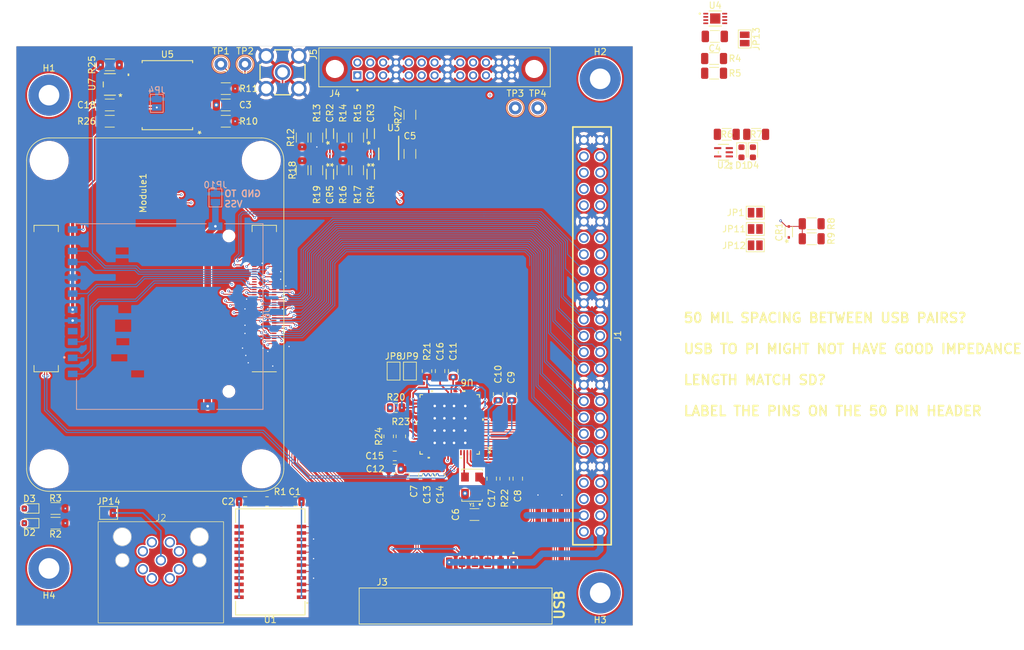
<source format=kicad_pcb>
(kicad_pcb (version 20241229) (generator "pcbnew") (generator_version "9.0")
  (layers (0 "F.Cu" signal) (4 "In1.Cu" signal) (6 "In2.Cu" signal) (2 "B.Cu" signal) (13 "F.Paste" user) (15 "B.Paste" user) (5 "F.SilkS" user "F.Silkscreen") (7 "B.SilkS" user "B.Silkscreen") (1 "F.Mask" user) (3 "B.Mask" user) (25 "Edge.Cuts" user))
  (net 0 "")
  (net 1 "Net-(U1-CD1)")
  (net 2 "GND")
  (net 3 "Net-(U1-CX1)")
  (net 4 "Net-(C2-Pad2)")
  (net 5 "/usb-hub/VDD18")
  (net 6 "/usb-hub/VDD18PLL")
  (net 7 "/gpio/SD_PWR")
  (net 8 "/gpio/PWR_SENSE")
  (net 9 "Net-(D1-K)")
  (net 10 "Net-(D2-K)")
  (net 11 "Net-(D3-K)")
  (net 12 "Net-(D4-K)")
  (net 13 "/GPIO4")
  (net 14 "/SDA0")
  (net 15 "/OTG")
  (net 16 "/nRPIBOOT")
  (net 17 "/gpio/1.8V")
  (net 18 "/SCL0")
  (net 19 "/32kHz")
  (net 20 "/Global_EN")
  (net 21 "/GPIO7")
  (net 22 "/gpio/I2C1_SCL")
  (net 23 "/gpio/I2C1_SDA")
  (net 24 "/i2c-hub/BIAS_IN")
  (net 25 "/gpio/SD_DAT0")
  (net 26 "/i2c-hub/BIAS")
  (net 27 "/gpio/SD_DAT1")
  (net 28 "/i2c-hub/BP")
  (net 29 "/gpio/SD_CLK")
  (net 30 "/gpio/SD_DAT2")
  (net 31 "/gpio/SD_DAT3")
  (net 32 "/gpio/SD_CMD")
  (net 33 "/gpio-hispeed/HDMI0_D2_P")
  (net 34 "/gpio-hispeed/HDMI0_D1_P")
  (net 35 "/gpio-hispeed/HDMI0_D1_N")
  (net 36 "/gpio-hispeed/HDMI0_D2_N")
  (net 37 "/gpio-hispeed/HDMI0_SCL")
  (net 38 "/gpio-hispeed/HDMI0_D0_N")
  (net 39 "/gpio-hispeed/HDMI0_CEC")
  (net 40 "/gpio-hispeed/HDMI0_CK_N")
  (net 41 "/gpio-hispeed/HDMI0_CK_P")
  (net 42 "/gpio-hispeed/HDMI0_HOTPLUG")
  (net 43 "/gpio-hispeed/HDMI0_D0_P")
  (net 44 "/gpio-hispeed/HDMI0_SDA")
  (net 45 "/X2+")
  (net 46 "/X3+")
  (net 47 "/X4+")
  (net 48 "/X1+")
  (net 49 "/X4-")
  (net 50 "/X3-")
  (net 51 "/X2-")
  (net 52 "/X1-")
  (net 53 "Net-(JP14-B)")
  (net 54 "Net-(JP1-B)")
  (net 55 "Net-(JP4-B)")
  (net 56 "/gpio/nEXTRST")
  (net 57 "/usb-hub/3.3V_PULLUP")
  (net 64 "/gpio/nPWR_LED")
  (net 65 "/gpio/SD_PWR_ON")
  (net 69 "/gpio/SD1_CLK")
  (net 74 "/gpio/D4+")
  (net 75 "/gpio-hispeed/USB2_N")
  (net 76 "/gpio/ETH_LEDG")
  (net 77 "/gpio/D4-")
  (net 81 "/gpio/SD1_DAT1")
  (net 82 "/gpio/D1-")
  (net 88 "/gpio/SD1_DAT3")
  (net 89 "/gpio/SD1_CMD")
  (net 93 "/gpio/D3+")
  (net 94 "/gpio-hispeed/USB2_P")
  (net 109 "/gpio/D2-")
  (net 111 "/gpio/D1+")
  (net 115 "/gpio/D2+")
  (net 121 "/gpio/nACT_LED")
  (net 125 "/gpio/D3-")
  (net 133 "/gpio/SD1_DAT0")
  (net 134 "/gpio/SD1_DAT2")
  (net 138 "/gpio/GPIO_VREF")
  (net 143 "/gpio/ETH_LEDY1")
  (net 147 "Net-(R6-Pad2)")
  (net 148 "Net-(U5-*INT{slash}SQW)")
  (net 149 "/usb-hub/GND_PULLDOWN")
  (net 150 "/usb-hub/RBIAS")
  (net 151 "/usb-hub/VBUS_DET")
  (net 153 "/DET3")
  (net 154 "/HEATER")
  (net 155 "/DET2")
  (net 156 "/DET1")
  (net 157 "/DET4")
  (net 158 "/BUBBA")
  (net 159 "/3.3V")
  (net 160 "/i2c-hub/SIPM")
  (net 161 "/i2c-hub/BUBBA")
  (net 162 "Net-(U3-ALERT_RDY)")
  (net 163 "/ID_SD")
  (net 164 "/5V_BP")
  (net 165 "/ID_SC")
  (net 166 "/GPIO17")
  (net 168 "/GPIO15")
  (net 171 "/SWRI_UNREG")
  (net 172 "/GPIO10")
  (net 173 "/5V_CM4")
  (net 174 "/GPIO8")
  (net 177 "/RESERVED")
  (net 178 "/GPIO18")
  (net 179 "/GPIO14")
  (net 181 "/usb-hub/DWN1_N")
  (net 182 "/usb-hub/DWN1_P")
  (net 183 "/usb-hub/DWN2_P")
  (net 184 "/usb-hub/DWN2_N")
  (net 185 "/usb-hub/DWN3_P")
  (net 186 "/usb-hub/DWN3_N")
  (net 187 "/usb-hub/DWN4_P")
  (net 188 "/usb-hub/DWN4_N")
  (net 189 "/usb-hub/DWN5_P")
  (net 190 "/usb-hub/DWN5_N")
  (net 191 "/usb-hub/DWN6_N")
  (net 192 "/usb-hub/DWN6_P")
  (net 193 "Net-(JP8-A)")
  (net 194 "Net-(JP11-A)")
  (net 195 "Net-(JP12-A)")
  (net 196 "/gpio/PPS_SENSE")
  (net 209 "/usb-hub/CLKIN")
  (net 213 "/15V_BBA")
  (net 214 "/??V_SIPM")
  (net 215 "/PELTIER")
  (net 216 "/UPS")
  (net 222 "Net-(J6-PadWP)")
  (net 223 "Net-(J6-GND)")
  (footprint "Resistor_SMD:R_1206_3216Metric" (layer "F.Cu") (at 133.9195 27.32 180)
    (property "Reference" "R4")
    (property "Value" "0R")
  )
  (footprint "fc-board:BAS7002VH6327XTSA1" (layer "F.Cu") (at 145.542 54.308 90)
    (property "Reference" "CR1")
    (property "Value" "BAS7002VH6327XTSA1")
  )
  (footprint "Jumper:SolderJumper-2_P1.3mm_Open_Pad1.0x1.5mm" (layer "F.Cu") (at 140.3245 51.308 180)
    (property "Reference" "JP1")
    (property "Value" "EEPROM_CTRL")
  )
  (footprint "Jumper:SolderJumper-2_P1.3mm_Open_Pad1.0x1.5mm" (layer "F.Cu") (at 86.614 75.9622 -90)
    (property "Reference" "JP9")
    (property "Value" "3V3 PULLUP")
  )
  (footprint "fc-board:M80-5102622" (layer "F.Cu") (at 90.444 28.94)
    (property "Reference" "J4")
    (property "Value" "M80-5102622")
  )
  (footprint "fc-board:TestPoint_THTPad_D2.0mm_Drill1.0mm_JLCrules" (layer "F.Cu") (at 57.214 28.194)
    (property "Reference" "TP1")
    (property "Value" "TestPoint")
  )
  (footprint "fc-board:749023310" (layer "F.Cu") (at 64.897 105.664 180)
    (property "Reference" "U1")
    (property "Value" "749023310")
  )
  (footprint "fc-board:MSXS-08PFFR-SF7002" (layer "F.Cu") (at 47.879 105.41 90)
    (property "Reference" "J2")
    (property "Value" "MSXS-08PFFR-SF7002")
    (fp_circle (center 3.65 -6) (end 5.05 -6) (stroke (width 0.1)) (fill no) (layer "Edge.Cuts"))
    (fp_circle (center 0 -6) (end 1.05 -6) (stroke (width 0.1)) (fill no) (layer "Edge.Cuts"))
    (fp_circle (center 3.65 6) (end 5.05 6) (stroke (width 0.1)) (fill no) (layer "Edge.Cuts"))
    (fp_circle (center 0 6) (end 1.05 6) (stroke (width 0.1)) (fill no) (layer "Edge.Cuts"))
  )
  (footprint "Capacitor_SMD:C_0805_2012Metric" (layer "F.Cu") (at 60.9956 96.266)
    (property "Reference" "C2")
    (property "Value" "1000p")
  )
  (footprint "LED_SMD:LED_0603_1608Metric" (layer "F.Cu") (at 27.432 97.355 180)
    (property "Reference" "D3")
    (property "Value" "LED Yellow")
  )
  (footprint "Resistor_SMD:R_0805_2012Metric" (layer "F.Cu") (at 85.206201 86.1222 90)
    (property "Reference" "R23")
    (property "Value" "100k")
  )
  (footprint "Resistor_SMD:R_1206_3216Metric" (layer "F.Cu") (at 149.098 53.038 180)
    (property "Reference" "R8")
    (property "Value" "1M")
  )
  (footprint "Capacitor_SMD:C_0805_2012Metric" (layer "F.Cu") (at 87.238201 92.1522 -90)
    (property "Reference" "C7")
    (property "Value" "1u")
  )
  (footprint "Capacitor_SMD:C_0805_2012Metric" (layer "F.Cu") (at 91.302201 75.9622 90)
    (property "Reference" "C16")
    (property "Value" "1u")
  )
  (footprint "Capacitor_SMD:C_0805_2012Metric" (layer "F.Cu") (at 84.256201 89.1702 180)
    (property "Reference" "C15")
    (property "Value" "1u")
  )
  (footprint "Capacitor_SMD:C_1206_3216Metric" (layer "F.Cu") (at 57.9735 34.544)
    (property "Reference" "C3")
    (property "Value" "1u")
  )
  (footprint "Jumper:SolderJumper-2_P1.3mm_Open_Pad1.0x1.5mm" (layer "F.Cu") (at 84.074 75.9622 -90)
    (property "Reference" "JP8")
    (property "Value" "CM4 RESET")
  )
  (footprint "fc-board:74LVC1G07SE_7" (layer "F.Cu") (at 135.382 41.91 180)
    (property "Reference" "U2")
    (property "Value" "74LVC1G07SE-7")
  )
  (footprint "LED_SMD:LED_0603_1608Metric" (layer "F.Cu") (at 139.954 41.91 -90)
    (property "Reference" "D4")
    (property "Value" "LED")
  )
  (footprint "fc-board:BAS7002VH6327XTSA1" (layer "F.Cu") (at 74.168 39.0124 90)
    (property "Reference" "CR2")
    (property "Value" "BAS7002VH6327XTSA1")
  )
  (footprint "Resistor_SMD:R_0805_2012Metric" (layer "F.Cu") (at 83.306201 86.1222 90)
    (property "Reference" "R24")
    (property "Value" "100k")
  )
  (footprint "Resistor_SMD:R_1206_3216Metric" (layer "F.Cu") (at 39.927 37.084 180)
    (property "Reference" "R26")
    (property "Value" "10k")
  )
  (footprint "Resistor_SMD:R_1206_3216Metric" (layer "F.Cu") (at 78.486 39.624 -90)
    (property "Reference" "R15")
    (property "Value" "1M")
  )
  (footprint "Resistor_SMD:R_1206_3216Metric" (layer "F.Cu") (at 31.496 97.355 180)
    (property "Reference" "R3")
    (property "Value" "470")
  )
  (footprint "Resistor_SMD:R_1206_3216Metric" (layer "F.Cu") (at 140.462 39.116)
    (property "Reference" "R7")
    (property "Value" "1k")
  )
  (footprint "Resistor_SMD:R_0805_2012Metric" (layer "F.Cu") (at 64.389 96.266)
    (property "Reference" "R1")
    (property "Value" "75")
  )
  (footprint "fc-board:RT9742GGJ5" (layer "F.Cu") (at 39.951999 31.350648 180)
    (property "Reference" "U7")
    (property "Value" "RT9742GGJ5")
  )
  (footprint "fc-board:rpi-cm4" (layer "F.Cu") (at 63.5 43.18 180)
    (property "Reference" "Module1")
    (property "Value" "rpi-cm4")
  )
  (footprint "fc-board:DS3231M_TRL" (layer "F.Cu") (at 48.895 33.02 180)
    (property "Reference" "U5")
    (property "Value" "DS3231M+TRL")
  )
  (footprint "MountingHole:MountingHole_3.2mm_M3_Pad" (layer "F.Cu") (at 30.48 33.02)
    (property "Reference" "H1")
    (property "Value" "MountingHole")
  )
  (footprint "Capacitor_SMD:C_0805_2012Metric" (layer "F.Cu") (at 91.302201 92.1522 -90)
    (property "Reference" "C14")
    (property "Value" "0.1u")
  )
  (footprint "Resistor_SMD:R_1206_3216Metric" (layer "F.Cu") (at 69.85 44.704 90)
    (property "Reference" "R18")
    (property "Value" "1M")
  )
  (footprint "Capacitor_SMD:C_1206_3216Metric" (layer "F.Cu") (at 86.614 42.164 90)
    (property "Reference" "C5")
    (property "Value" "0.1u")
  )
  (footprint "fc-board:BAS7002VH6327XTSA1" (layer "F.Cu") (at 74.168 45.3156 -90)
    (property "Reference" "CR5")
    (property "Value" "BAS7002VH6327XTSA1")
  )
  (footprint "Resistor_SMD:R_0805_2012Metric" (layer "F.Cu") (at 101.358 92.71 90)
    (property "Reference" "R22")
    (property "Value" "12k")
  )
  (footprint "Resistor_SMD:R_1206_3216Metric" (layer "F.Cu") (at 31.496 99.641 180)
    (property "Reference" "R2")
    (property "Value" "470")
  )
  (footprint "fc-board:BAS7002VH6327XTSA1" (layer "F.Cu") (at 80.518 45.3156 -90)
    (property "Reference" "CR4")
    (property "Value" "BAS7002VH6327XTSA1")
  )
  (footprint "Capacitor_SMD:C_1206_3216Metric" (layer "F.Cu") (at 39.927 34.544)
    (property "Reference" "C18")
    (property "Value" "10u")
  )
  (footprint "Resistor_SMD:R_1206_3216Metric" (layer "F.Cu") (at 69.85 39.624 -90)
    (property "Reference" "R12")
    (property "Value" "1M")
  )
  (footprint "Resistor_SMD:R_1206_3216Metric" (layer "F.Cu") (at 76.2 44.704 90)
    (property "Reference" "R16")
    (property "Value" "???")
  )
  (footprint "fc-board:ECS_3963_240_BN_TR" (layer "F.Cu") (at 96.278 93.726 90)
    (property "Reference" "Y1")
    (property "Value" "ECS-3963-240-BN-TR")
  )
  (footprint "LED_SMD:LED_0603_1608Metric" (layer "F.Cu") (at 138.176 41.91 -90)
    (property "Reference" "D1")
    (property "Value" "LED Red")
  )
  (footprint "Resistor_SMD:R_1206_3216Metric" (layer "F.Cu") (at 78.486 44.704 90)
    (property "Reference" "R17")
    (property "Value" "???")
  )
  (footprint "Capacitor_SMD:C_0805_2012Metric" (layer "F.Cu") (at 84.256201 91.2022 180)
    (property "Reference" "C12")
    (property "Value" "0.1u")
  )
  (footprint "Capacitor_SMD:C_1206_3216Metric" (layer "F.Cu") (at 134.0288 23.879001)
    (property "Reference" "C4")
    (property "Value" "0.1u")
  )
  (footprint "Capacitor_SMD:C_1206_3216Metric" (layer "F.Cu") (at 96.653 98.298)
    (property "Reference" "C6")
    (property "Value" "0.1u")
  )
  (footprint "Jumper:SolderJumper-2_P1.3mm_Open_Pad1.0x1.5mm" (layer "F.Cu") (at 138.684 24.272 -90)
    (property "Reference" "JP13")
    (property "Value" "OTG TO GND")
  )
  (footprint "Resistor_SMD:R_1206_3216Metric" (layer "F.Cu") (at 39.951999 28.302648)
    (property "Reference" "R25")
    (property "Value" "12k 1%")
  )
  (footprint "fc-board:ESQ-125-XX-X-D" (layer "F.Cu") (at 114.935 70.485 90)
    (property "Reference" "J1")
    (property "Value" "ESQ-125-14-G-D")
  )
  (footprint "fc-board:USB2517I_JZX" (layer "F.Cu") (at 92.7982 84.268 180)
    (property "Reference" "U6")
    (property "Value" "USB2517I-JZX")
  )
  (footprint "LED_SMD:LED_0603_1608Metric" (layer "F.Cu") (at 27.432 99.641 180)
    (property "Reference" "D2")
    (property "Value" "LED Green")
  )
  (footprint "Capacitor_SMD:C_0805_2012Metric" (layer "F.Cu") (at 89.270201 92.1522 -90)
    (property "Reference" "C13")
    (property "Value" "0.1u")
  )
  (footprint "Resistor_SMD:R_1206_3216Metric" (layer "F.Cu") (at 133.9195 29.606 180)
    (property "Reference" "R5")
    (property "Value" "nf")
  )
  (footprint "Capacitor_SMD:C_0805_2012Metric" (layer "F.Cu") (at 93.334201 75.9622 90)
    (property "Reference" "C11")
    (property "Value" "0.1u")
  )
  (footprint "fc-board:PCT2075TP_147" (layer "F.Cu") (at 134.0973 21.085001)
    (property "Reference" "U4")
    (property "Value" "PCT2075TP_147")
  )
  (footprint "Resistor_SMD:R_1206_3216Metric" (layer "F.Cu") (at 76.2 39.624 -90)
    (property "Reference" "R14")
    (property "Value" "750k")
  )
  (footprint "Resistor_SMD:R_1206_3216Metric" (layer "F.Cu") (at 72.136 39.624 -90)
    (property "Reference" "R13")
    (property "Value" "100k")
  )
  (footprint "Capacitor_SMD:C_0805_2012Metric" (layer "F.Cu") (at 103.39 92.71 -90)
    (property "Reference" "C8")
    (property "Value" "0.1u")
  )
  (footprint "fc-board:TestPoint_THTPad_D2.0mm_Drill1.0mm_JLCrules" (layer "F.Cu") (at 106.5 35)
    (property "Reference" "TP4")
    (property "Value" "SCL")
  )
  (footprint "Resistor_SMD:R_0805_2012Metric" (layer "F.Cu") (at 89.270201 75.9622 -90)
    (property "Reference" "R21")
    (property "Value" "1k")
  )
  (footprint "Resistor_SMD:R_1206_3216Metric" (layer "F.Cu") (at 57.9735 37.084)
    (property "Reference" "R10")
    (property "Value" "R_Small")
  )
  (footprint "Resistor_SMD:R_1206_3216Metric" (layer "F.Cu") (at 57.9735 32.004 180)
    (property "Reference" "R11")
    (property "Value" "R_Small")
  )
  (footprint "Capacitor_SMD:C_0805_2012Metric" (layer "F.Cu") (at 68.7984 96.266 180)
    (property "Reference" "C1")
    (property "Value" "100n")
  )
  (footprint "Resistor_SMD:R_0805_2012Metric" (layer "F.Cu") (at 84.444201 81.6772)
    (property "Reference" "R20")
    (property "Value" "1k")
  )
  (footprint "Capacitor_SMD:C_0805_2012Metric" (layer "F.Cu") (at 100.33 79.568 90)
    (property "Reference" "C10")
    (property "Value" "0.1u")
  )
  (footprint "fc-board:SMA-J-P-X-ST-TH1" (layer "F.Cu") (at 66.802 29.464)
    (property "Reference" "J5")
    (property "Value" "SMA-J-P-X-ST-TH1")
  )
  (footprint "Capacitor_SMD:C_0805_2012Metric" (layer "F.Cu") (at 102.450001 79.568 90)
    (property "Reference" "C9")
    (property "Value" "0.1u")
  )
  (footprint "fc-board:ADS1015BQDGSRQ1" (layer "F.Cu") (at 83.312 42.164 -90)
    (property "Reference" "U3")
    (property "Value" "ADS1015BQDGSRQ1")
  )
  (footprint "Resistor_SMD:R_1206_3216Metric" (layer "F.Cu") (at 86.614 36.068 90)
    (property "Reference" "R27")
    (property "Value" "1k")
  )
  (footprint "Capacitor_SMD:C_0805_2012Metric" (layer "F.Cu") (at 99.326 92.71 -90)
    (property "Reference" "C17")
    (property "Value" "1u")
  )
  (footprint "Jumper:SolderJumper-2_P1.3mm_Open_Pad1.0x1.5mm" (layer "F.Cu") (at 39.751 98.044)
    (property "Reference" "JP14")
    (property "Value" "P1 to GND")
  )
  (footprint "Jumper:SolderJumper-2_P1.3mm_Open_Pad1.0x1.5mm" (layer "F.Cu") (at 140.3245 53.848 180)
    (property "Reference" "JP11")
    (property "Value" "AnalogIP1 to GND")
  )
  (footprint "MountingHole:MountingHole_3.2mm_M3_Pad" (layer "F.Cu") (at 116.205 30.48)
    (property "Reference" "H2")
    (property "Value" "MountingHole")
  )
  (footprint "fc-board:TestPoint_THTPad_D2.0mm_Drill1.0mm_JLCrules" (layer "F.Cu") (at 103 35)
    (property "Reference" "TP3")
    (property "Value" "SDA")
  )
  (footprint "MountingHole:MountingHole_3.2mm_M3_Pad" (layer "F.Cu") (at 116.205 110.49 180)
    (property "Reference" "H3")
    (property "Value" "MountingHole")
  )
  (footprint "Jumper:SolderJumper-2_P1.3mm_Open_Pad1.0x1.5mm" (layer "F.Cu") (at 140.3245 56.388 180)
    (property "Reference" "JP12")
    (property "Value" "AnalogIP1 to GND")
  )
  (footprint "Resistor_SMD:R_1206_3216Metric" (layer "F.Cu") (at 149.098 55.372)
    (property "Reference" "R9")
    (property "Value" "1M")
  )
  (footprint "fc-board:TestPoint_THTPad_D2.0mm_Drill1.0mm_JLCrules" (layer "F.Cu") (at 60.96 28.194)
    (property "Reference" "TP2")
    (property "Value" "TestPoint")
  )
  (footprint "fc-board:BAS7002VH6327XTSA1" (layer "F.Cu") (at 80.518 39.0124 90)
    (property "Reference" "CR3")
    (property "Value" "BAS7002VH6327XTSA1")
  )
  (footprint "fc-board:M80-5322042" (layer "F.Cu") (at 93.726 112.522)
    (property "Reference" "J3")
    (property "Value" "M80-5322042")
  )
  (footprint "MountingHole:MountingHole_3.2mm_M3_Pad" (layer "F.Cu") (at 30.48 106.68 180)
    (property "Reference" "H4")
    (property "Value" "MountingHole")
  )
  (footprint "Resistor_SMD:R_1206_3216Metric" (layer "F.Cu") (at 72.136 44.704 90)
    (property "Reference" "R19")
    (property "Value" "220k")
  )
  (footprint "Resistor_SMD:R_1206_3216Metric" (layer "F.Cu") (at 135.89 39.116 180)
    (property "Reference" "R6")
    (property "Value" "1k")
  )
  (footprint "Jumper:SolderJumper-2_P1.3mm_Open_Pad1.0x1.5mm" (layer "B.Cu") (at 56.3605 49.022 90)
    (property "Reference" "JP10")
    (property "Value" "GND TO VSS")
  )
  (footprint "fc-board:10067847_001RLF" (layer "B.Cu") (at 58.4605 67.03 -90)
    (property "Reference" "J6")
    (property "Value" "10067847-001RLF")
  )
  (footprint "Jumper:SolderJumper-2_P1.3mm_Open_Pad1.0x1.5mm" (layer "B.Cu") (at 47.244 34.29 -90)
    (property "Reference" "JP4")
    (property "Value" "VBAT GND")
  )
  (gr_rect (start 25.4 25.4) (end 121.285 115.57) (stroke (width 0.05)) (fill no) (layer "Edge.Cuts"))
  (gr_text "USB" (at 110.744 114.808 90) (layer "F.SilkS") (effects (font (size 1.5 1.5) (thickness 0.3) (bold yes)) (justify left bottom)))
  (gr_text "50 MIL SPACING BETWEEN USB PAIRS?\n\nUSB TO PI MIGHT NOT HAVE GOOD IMPEDANCE\n\nLENGTH MATCH SD?\n\nLABEL THE PINS ON THE 50 PIN HEADER" (at 129.032 83.058 0) (layer "F.SilkS") (effects (font (size 1.5 1.5) (thickness 0.3) (bold yes)) (justify left bottom)))
  (gr_text "GND TO\nVSS" (at 57.658 50.546 0) (layer "B.SilkS") (effects (font (size 1 1) (thickness 0.2) (bold yes)) (justify right bottom mirror)))
  (via (at 69.7484 111.163999) (size 0.399999) (drill 0.2) (layers "F.Cu" "B.Cu") (net 1))
  (via (at 69.7484 108.164) (size 0.399999) (drill 0.2) (layers "F.Cu" "B.Cu") (net 1))
  (via (at 69.7484 105.164001) (size 0.399999) (drill 0.2) (layers "F.Cu" "B.Cu") (net 1))
  (via (at 69.7484 102.163999) (size 0.399999) (drill 0.2) (layers "F.Cu" "B.Cu") (net 1))
  (via (at 69.7484 96.266) (size 0.399999) (drill 0.2) (layers "F.Cu" "B.Cu") (net 1))
  (segment (start 69.7484 111.163999) (end 69.7484 96.266) (width 0.2) (layer "B.Cu") (net 1))
  (segment (start 65.5 60.48) (end 66.52 60.48) (width 0.127) (layer "F.Cu") (net 2))
  (segment (start 66.588 66.08) (end 66.802 66.294) (width 0.127) (layer "F.Cu") (net 2))
  (segment (start 65.5 74.962) (end 65.278 75.184) (width 0.127) (layer "F.Cu") (net 2))
  (segment (start 65.5 72.08) (end 67.056 72.08) (width 0.127) (layer "F.Cu") (net 2))
  (segment (start 64.898 73.28) (end 64.516 72.898) (width 0.127) (layer "F.Cu") (net 2))
  (segment (start 62.42 72.08) (end 63.444 72.08) (width 0.127) (layer "F.Cu") (net 2))
  (segment (start 62.42 74.48) (end 61.664 74.48) (width 0.127) (layer "F.Cu") (net 2))
  (segment (start 100.726 105.722) (end 100.726 106.934) (width 1.016) (layer "F.Cu") (net 2))
  (segment (start 62.42 70.48) (end 61.336 70.48) (width 0.127) (layer "F.Cu") (net 2))
  (segment (start 64.73 66.08) (end 64.516 66.294) (width 0.127) (layer "F.Cu") (net 2))
  (segment (start 64.643 69.8) (end 64.643 69.342) (width 0.127) (layer "F.Cu") (net 2))
  (segment (start 64.923 70.08) (end 64.643 69.8) (width 0.127) (layer "F.Cu") (net 2))
  (segment (start 67.762 72.08) (end 67.818 72.136) (width 0.127) (layer "F.Cu") (net 2))
  (segment (start 61.146 66.48) (end 60.96 66.294) (width 0.127) (layer "F.Cu") (net 2))
  (segment (start 60.889 72.08) (end 60.579 72.39) (width 0.127) (layer "F.Cu") (net 2))
  (segment (start 63.282 64.48) (end 63.5 64.262) (width 0.127) (layer "F.Cu") (net 2))
  (segment (start 65.5 73.28) (end 64.898 73.28) (width 0.127) (layer "F.Cu") (net 2))
  (segment (start 62.42 60.08) (end 62.856 60.08) (width 0.127) (layer "F.Cu") (net 2))
  (segment (start 63.246 59.69) (end 63.373 59.563) (width 0.127) (layer "F.Cu") (net 2))
  (segment (start 62.856 60.08) (end 63.246 59.69) (width 0.127) (layer "F.Cu") (net 2))
  (segment (start 63.373 59.563) (end 63.627 59.309) (width 0.127) (layer "F.Cu") (net 2))
  (segment (start 100.726 106.934) (end 100.726 108.222) (width 1.016) (layer "F.Cu") (net 2))
  (segment (start 63.114 70.48) (end 63.5 70.866) (width 0.127) (layer "F.Cu") (net 2))
  (segment (start 61.336 70.48) (end 60.96 70.104) (width 0.127) (layer "F.Cu") (net 2))
  (segment (start 99.326 93.66) (end 98.582 93.66) (width 1.016) (layer "F.Cu") (net 2))
  (segment (start 62.42 66.48) (end 63.178 66.48) (width 0.127) (layer "F.Cu") (net 2))
  (segment (start 65.5 74.48) (end 65.5 74.962) (width 0.127) (layer "F.Cu") (net 2))
  (segment (start 98.582 93.66) (end 97.378 92.456) (width 1.016) (layer "F.Cu") (net 2))
  (segment (start 62.42 73.28) (end 61.34 73.28) (width 0.127) (layer "F.Cu") (net 2))
  (segment (start 61.34 73.28) (end 61.087 73.533) (width 0.127) (layer "F.Cu") (net 2))
  (segment (start 61.664 74.48) (end 61.468 74.676) (width 0.127) (layer "F.Cu") (net 2))
  (segment (start 65.5 62.88) (end 67.168 62.88) (width 0.127) (layer "F.Cu") (net 2))
  (segment (start 65.5 66.08) (end 64.73 66.08) (width 0.127) (layer "F.Cu") (net 2))
  (segment (start 62.42 66.48) (end 61.146 66.48) (width 0.127) (layer "F.Cu") (net 2))
  (segment (start 61.504 64.48) (end 61.214 64.77) (width 0.127) (layer "F.Cu") (net 2))
  (segment (start 65.5 70.08) (end 64.923 70.08) (width 0.127) (layer "F.Cu") (net 2))
  (segment (start 65.5 68.08) (end 65.032 68.08) (width 0.127) (layer "F.Cu") (net 2))
  (segment (start 64.77 67.818) (end 64.516 67.564) (width 0.127) (layer "F.Cu") (net 2))
  (segment (start 67.168 62.88) (end 67.31 62.738) (width 0.127) (layer "F.Cu") (net 2))
  (segment (start 63.444 72.08) (end 63.754 72.39) (width 0.127) (layer "F.Cu") (net 2))
  (segment (start 90.726 105.722) (end 90.726 108.204) (width 1.016) (layer "F.Cu") (net 2))
  (segment (start 63.178 66.48) (end 63.5 66.802) (width 0.127) (layer "F.Cu") (net 2))
  (segment (start 62.42 64.48) (end 61.504 64.48) (width 0.127) (layer "F.Cu") (net 2))
  (segment (start 65.5 64.08) (end 64.317 64.08) (width 0.127) (layer "F.Cu") (net 2))
  (segment (start 65.5 66.08) (end 66.588 66.08) (width 0.127) (layer "F.Cu") (net 2))
  (segment (start 63.627 59.309) (end 63.627 59.182) (width 0.127) (layer "F.Cu") (net 2))
  (segment (start 62.42 68.48) (end 61.314 68.48) (width 0.127) (layer "F.Cu") (net 2))
  (segment (start 65.5 61.68) (end 66.506 61.68) (width 0.127) (layer "F.Cu") (net 2))
  (segment (start 62.42 72.08) (end 60.889 72.08) (width 0.127) (layer "F.Cu") (net 2))
  (segment (start 64.516 67.564) (end 64.516 67.31) (width 0.127) (layer "F.Cu") (net 2))
  (segment (start 61.314 68.48) (end 60.96 68.834) (width 0.127) (layer "F.Cu") (net 2))
  (segment (start 62.42 64.48) (end 63.282 64.48) (width 0.127) (layer "F.Cu") (net 2))
  (segment (start 67.056 72.08) (end 67.127 72.08) (width 0.127) (layer "F.Cu") (net 2))
  (segment (start 67.056 72.08) (end 67.762 72.08) (width 0.127) (layer "F.Cu") (net 2))
  (segment (start 65.032 68.08) (end 64.77 67.818) (width 0.127) (layer "F.Cu") (net 2))
  (segment (start 64.317 64.08) (end 64.135 64.262) (width 0.127) (layer "F.Cu") (net 2))
  (segment (start 62.42 70.48) (end 63.114 70.48) (width 0.127) (layer "F.Cu") (net 2))
  (via (at 90.472 87.145334) (size 0.8) (drill 0.4) (layers "F.Cu" "B.Cu") (net 2))
  (via (at 91.972 87.145334) (size 0.8) (drill 0.4) (layers "F.Cu" "B.Cu") (net 2))
  (via (at 63.5 70.866) (size 0.399999) (drill 0.2) (layers "F.Cu" "B.Cu") (net 2))
  (via (at 63.627 59.182) (size 0.399999) (drill 0.2) (layers "F.Cu" "B.Cu") (net 2))
  (via (at 63.5 64.262) (size 0.399999) (drill 0.2) (layers "F.Cu" "B.Cu") (net 2))
  (via (at 93.472 81.395334) (size 0.8) (drill 0.4) (layers "F.Cu" "B.Cu") (net 2))
  (via (at 71.628 108.204) (size 0.399999) (drill 0.2) (layers "F.Cu" "B.Cu") (net 2))
  (via (at 66.802 66.294) (size 0.399999) (drill 0.2) (layers "F.Cu" "B.Cu") (net 2))
  (via (at 93.472 87.145334) (size 0.8) (drill 0.4) (layers "F.Cu" "B.Cu") (net 2))
  (via (at 95.222 81.395334) (size 0.8) (drill 0.4) (layers "F.Cu" "B.Cu") (net 2))
  (via (at 66.506 61.68) (size 0.399999) (drill 0.2) (layers "F.Cu" "B.Cu") (net 2))
  (via (at 60.96 68.834) (size 0.399999) (drill 0.2) (layers "F.Cu" "B.Cu") (net 2))
  (via (at 61.214 64.77) (size 0.399999) (drill 0.2) (layers "F.Cu" "B.Cu") (net 2))
  (via (at 64.516 66.294) (size 0.399999) (drill 0.2) (layers "F.Cu" "B.Cu") (net 2))
  (via (at 64.516 72.898) (size 0.399999) (drill 0.2) (layers "F.Cu" "B.Cu") (net 2))
  (via (at 60.96 70.104) (size 0.399999) (drill 0.2) (layers "F.Cu" "B.Cu") (net 2))
  (via (at 64.516 67.31) (size 0.399999) (drill 0.2) (layers "F.Cu" "B.Cu") (net 2))
  (via (at 60.96 66.294) (size 0.399999) (drill 0.2) (layers "F.Cu" "B.Cu") (net 2))
  (via (at 91.972 83.312) (size 0.8) (drill 0.4) (layers "F.Cu" "B.Cu") (net 2))
  (via (at 110.236 95.25) (size 0.399999) (drill 0.2) (layers "F.Cu" "B.Cu") (net 2))
  (via (at 90.472 83.312) (size 0.8) (drill 0.4) (layers "F.Cu" "B.Cu") (net 2))
  (via (at 64.135 64.262) (size 0.399999) (drill 0.2) (layers "F.Cu" "B.Cu") (net 2))
  (via (at 34.1605 68.105) (size 0.8) (drill 0.399999) (layers "F.Cu" "B.Cu") (net 2))
  (via (at 67.818 72.136) (size 0.399999) (drill 0.2) (layers "F.Cu" "B.Cu") (net 2))
  (via (at 61.087 73.533) (size 0.399999) (drill 0.2) (layers "F.Cu" "B.Cu") (net 2))
  (via (at 65.278 75.184) (size 0.399999) (drill 0.2) (layers "F.Cu" "B.Cu") (net 2))
  (via (at 63.5 66.802) (size 0.399999) (drill 0.2) (layers "F.Cu" "B.Cu") (net 2))
  (via (at 64.655466 69.33485) (size 0.399999) (drill 0.2) (layers "F.Cu" "B.Cu") (net 2))
  (via (at 91.972 85.228666) (size 0.8) (drill 0.4) (layers "F.Cu" "B.Cu") (net 2))
  (via (at 93.472 85.228666) (size 0.8) (drill 0.4) (layers "F.Cu" "B.Cu") (net 2))
  (via (at 93.472 83.312) (size 0.8) (drill 0.4) (layers "F.Cu" "B.Cu") (net 2))
  (via (at 63.754 72.39) (size 0.399999) (drill 0.2) (layers "F.Cu" "B.Cu") (net 2))
  (via (at 60.579 72.39) (size 0.399999) (drill 0.2) (layers "F.Cu" "B.Cu") (net 2))
  (via (at 66.52 60.48) (size 0.399999) (drill 0.2) (layers "F.Cu" "B.Cu") (net 2))
  (via (at 71.628 105.156) (size 0.399999) (drill 0.2) (layers "F.Cu" "B.Cu") (net 2))
  (via (at 95.222 87.145334) (size 0.8) (drill 0.4) (layers "F.Cu" "B.Cu") (net 2))
  (via (at 95.222 85.228666) (size 0.8) (drill 0.4) (layers "F.Cu" "B.Cu") (net 2))
  (via (at 90.472 81.395334) (size 0.8) (drill 0.4) (layers "F.Cu" "B.Cu") (net 2))
  (via (at 72.136 41.0865) (size 0.399999) (drill 0.2) (layers "F.Cu" "B.Cu") (net 2))
  (via (at 71.628 102.108) (size 0.399999) (drill 0.2) (layers "F.Cu" "B.Cu") (net 2))
  (via (at 106.5276 95.25) (size 0.399999) (drill 0.2) (layers "F.Cu" "B.Cu") (net 2))
  (via (at 61.468 74.676) (size 0.399999) (drill 0.2) (layers "F.Cu" "B.Cu") (net 2))
  (via (at 95.222 83.312) (size 0.8) (drill 0.4) (layers "F.Cu" "B.Cu") (net 2))
  (via (at 67.31 62.738) (size 0.399999) (drill 0.2) (layers "F.Cu" "B.Cu") (net 2))
  (via (at 90.472 85.228666) (size 0.8) (drill 0.4) (layers "F.Cu" "B.Cu") (net 2))
  (via (at 91.972 81.395334) (size 0.8) (drill 0.4) (layers "F.Cu" "B.Cu") (net 2))
  (segment (start 71.628 102.108) (end 71.628 108.204) (width 1.016) (layer "B.Cu") (net 2))
  (via (at 60.0456 105.163998) (size 0.399999) (drill 0.2) (layers "F.Cu" "B.Cu") (net 3))
  (via (at 60.0456 102.163999) (size 0.399999) (drill 0.2) (layers "F.Cu" "B.Cu") (net 3))
  (via (at 60.0456 96.266) (size 0.399999) (drill 0.2) (layers "F.Cu" "B.Cu") (net 3))
  (via (at 60.0456 111.163999) (size 0.399999) (drill 0.2) (layers "F.Cu" "B.Cu") (net 3))
  (via (at 60.0456 108.164) (size 0.399999) (drill 0.2) (layers "F.Cu" "B.Cu") (net 3))
  (segment (start 60.0456 111.163999) (end 60.0456 96.266) (width 0.2) (layer "B.Cu") (net 3))
  (segment (start 61.9456 96.266) (end 63.4765 96.266) (width 0.2) (layer "F.Cu") (net 4))
  (segment (start 91.302201 77.9942) (end 92.5482 79.240199) (width 0.254) (layer "F.Cu") (net 5))
  (segment (start 92.5482 79.240199) (end 92.5482 79.8738) (width 0.254) (layer "F.Cu") (net 5))
  (segment (start 91.302201 76.9122) (end 91.302201 77.9942) (width 0.254) (layer "F.Cu") (net 5))
  (segment (start 99.326 91.186) (end 99.326 91.76) (width 0.254) (layer "F.Cu") (net 6))
  (segment (start 95.5482 88.6622) (end 95.5482 90.2022) (width 0.254) (layer "F.Cu") (net 6))
  (segment (start 98.818 90.678) (end 99.326 91.186) (width 0.254) (layer "F.Cu") (net 6))
  (segment (start 95.5482 90.2022) (end 96.024 90.678) (width 0.254) (layer "F.Cu") (net 6))
  (segment (start 96.024 90.678) (end 98.818 90.678) (width 0.254) (layer "F.Cu") (net 6))
  (segment (start 38.452 34.544) (end 38.452 32.512998) (width 0.508) (layer "F.Cu") (net 7))
  (segment (start 38.573351 32.391647) (end 41.330647 32.391647) (width 0.508) (layer "F.Cu") (net 7))
  (segment (start 37.084 34.544) (end 38.452 34.544) (width 0.508) (layer "F.Cu") (net 7))
  (segment (start 35.814 45.466) (end 35.814 35.814) (width 0.508) (layer "F.Cu") (net 7))
  (segment (start 38.452 32.512998) (end 38.573351 32.391647) (width 0.508) (layer "F.Cu") (net 7))
  (segment (start 34.1605 47.1195) (end 35.814 45.466) (width 0.508) (layer "F.Cu") (net 7))
  (segment (start 34.1605 66.405) (end 34.1605 47.1195) (width 0.508) (layer "F.Cu") (net 7))
  (segment (start 35.814 35.814) (end 37.084 34.544) (width 0.508) (layer "F.Cu") (net 7))
  (via (at 34.1605 66.405) (size 0.8) (drill 0.399999) (layers "F.Cu" "B.Cu") (net 7))
  (segment (start 61.117 67.28) (end 60.833 67.564) (width 0.127) (layer "F.Cu") (net 8))
  (segment (start 62.42 67.28) (end 61.117 67.28) (width 0.127) (layer "F.Cu") (net 8))
  (segment (start 145.1511 53.4571) (end 144.272 52.578) (width 0.127) (layer "F.Cu") (net 8))
  (segment (start 145.542 53.4571) (end 145.1511 53.4571) (width 0.127) (layer "F.Cu") (net 8))
  (segment (start 147.2164 53.4571) (end 147.6355 53.038) (width 0.127) (layer "F.Cu") (net 8))
  (segment (start 145.542 53.4571) (end 147.2164 53.4571) (width 0.127) (layer "F.Cu") (net 8))
  (segment (start 147.6355 53.038) (end 147.6355 55.372) (width 0.127) (layer "F.Cu") (net 8))
  (via (at 144.272 52.578) (size 0.399999) (drill 0.2) (layers "F.Cu" "B.Cu") (net 8))
  (segment (start 30.0335 99.641) (end 28.2195 99.641) (width 0.127) (layer "F.Cu") (net 10))
  (segment (start 30.0335 97.355) (end 28.2195 97.355) (width 0.127) (layer "F.Cu") (net 11))
  (segment (start 61.468 64.008) (end 61.214 63.754) (width 0.127) (layer "F.Cu") (net 13))
  (segment (start 61.54 64.08) (end 61.468 64.008) (width 0.127) (layer "F.Cu") (net 13))
  (segment (start 62.42 64.08) (end 61.54 64.08) (width 0.127) (layer "F.Cu") (net 13))
  (via (at 61.214 63.754) (size 0.399999) (drill 0.2) (layers "F.Cu" "B.Cu") (net 13))
  (segment (start 70.462224 56.746224) (end 73.637224 53.571224) (width 0.127) (layer "B.Cu") (net 13))
  (segment (start 70.025 57.183448) (end 70.462224 56.746224) (width 0.127) (layer "B.Cu") (net 13))
  (segment (start 67.564 63.754) (end 68.18 64.37) (width 0.127) (layer "B.Cu") (net 13))
  (segment (start 110.144 64.424) (end 110.144 56.113792) (width 0.127) (layer "B.Cu") (net 13))
  (segment (start 70.025 62.992) (end 70.025 61.976) (width 0.127) (layer "B.Cu") (net 13))
  (segment (start 90.17 52.489) (end 90.424 52.489) (width 0.127) (layer "B.Cu") (net 13))
  (segment (start 113.665 67.945) (end 110.144 64.424) (width 0.127) (layer "B.Cu") (net 13))
  (segment (start 106.519208 52.489) (end 90.17 52.489) (width 0.127) (layer "B.Cu") (net 13))
  (segment (start 69.363728 64.37) (end 70.025 63.708728) (width 0.127) (layer "B.Cu") (net 13))
  (segment (start 87.884 52.489) (end 90.17 52.489) (width 0.127) (layer "B.Cu") (net 13))
  (segment (start 61.214 63.754) (end 67.564 63.754) (width 0.127) (layer "B.Cu") (net 13))
  (segment (start 70.025 63.708728) (end 70.025 62.992) (width 0.127) (layer "B.Cu") (net 13))
  (segment (start 68.18 64.37) (end 69.363728 64.37) (width 0.127) (layer "B.Cu") (net 13))
  (segment (start 74.719448 52.489) (end 78.994 52.489) (width 0.127) (layer "B.Cu") (net 13))
  (segment (start 73.637224 53.571224) (end 74.719448 52.489) (width 0.127) (layer "B.Cu") (net 13))
  (segment (start 110.144 56.113792) (end 106.519208 52.489) (width 0.127) (layer "B.Cu") (net 13))
  (segment (start 78.994 52.489) (end 87.884 52.489) (width 0.127) (layer "B.Cu") (net 13))
  (segment (start 70.025 61.976) (end 70.025 57.183448) (width 0.127) (layer "B.Cu") (net 13))
  (segment (start 62.42 58.48) (end 60.639 58.48) (width 0.127) (layer "F.Cu") (net 14))
  (segment (start 60.639 58.48) (end 60.519 58.48) (width 0.127) (layer "F.Cu") (net 14))
  (segment (start 60.519 58.48) (end 60.198 58.801) (width 0.127) (layer "F.Cu") (net 14))
  (segment (start 60.198 58.801) (end 59.817 58.801) (width 0.127) (layer "F.Cu") (net 14))
  (via (at 59.817 58.801) (size 0.399999) (drill 0.2) (layers "F.Cu" "B.Cu") (net 14))
  (segment (start 98.044 51.508) (end 61.141 51.508) (width 0.127) (layer "B.Cu") (net 14))
  (segment (start 59.817 58.293) (end 60.325 57.785) (width 0.127) (layer "B.Cu") (net 14))
  (segment (start 60.633 51.508) (end 61.214 51.508) (width 0.127) (layer "B.Cu") (net 14))
  (segment (start 98.298 51.508) (end 98.044 51.508) (width 0.127) (layer "B.Cu") (net 14))
  (segment (start 60.325 51.816) (end 60.633 51.508) (width 0.127) (layer "B.Cu") (net 14))
  (segment (start 60.325 57.785) (end 60.325 51.816) (width 0.127) (layer "B.Cu") (net 14))
  (segment (start 106.045 51.508) (end 98.298 51.508) (width 0.127) (layer "B.Cu") (net 14))
  (segment (start 111.125 55.707448) (end 108.480776 53.063224) (width 0.127) (layer "B.Cu") (net 14))
  (segment (start 106.925552 51.508) (end 106.045 51.508) (width 0.127) (layer "B.Cu") (net 14))
  (segment (start 108.544276 53.126724) (end 106.925552 51.508) (width 0.127) (layer "B.Cu") (net 14))
  (segment (start 111.125 57.785) (end 111.125 55.707448) (width 0.127) (layer "B.Cu") (net 14))
  (segment (start 59.817 58.801) (end 59.817 58.293) (width 0.127) (layer "B.Cu") (net 14))
  (segment (start 113.665 60.325) (end 111.125 57.785) (width 0.127) (layer "B.Cu") (net 14))
  (segment (start 60.325 59.436) (end 59.309 59.436) (width 0.127) (layer "F.Cu") (net 18))
  (segment (start 60.881 58.88) (end 60.452 59.309) (width 0.127) (layer "F.Cu") (net 18))
  (segment (start 59.309 59.436) (end 59.182 59.436) (width 0.127) (layer "F.Cu") (net 18))
  (segment (start 60.452 59.309) (end 60.325 59.436) (width 0.127) (layer "F.Cu") (net 18))
  (segment (start 62.42 58.88) (end 60.881 58.88) (width 0.127) (layer "F.Cu") (net 18))
  (via (at 59.309 59.436) (size 0.399999) (drill 0.2) (layers "F.Cu" "B.Cu") (net 18))
  (segment (start 113.665 57.785) (end 107.061 51.181) (width 0.127) (layer "B.Cu") (net 18))
  (segment (start 107.061 51.181) (end 60.497552 51.181) (width 0.127) (layer "B.Cu") (net 18))
  (segment (start 59.309 58.338552) (end 59.309 59.436) (width 0.127) (layer "B.Cu") (net 18))
  (segment (start 60.497552 51.181) (end 59.998 51.680552) (width 0.127) (layer "B.Cu") (net 18))
  (segment (start 59.998 57.649552) (end 59.309 58.338552) (width 0.127) (layer "B.Cu") (net 18))
  (segment (start 59.998 51.680552) (end 59.998 57.649552) (width 0.127) (layer "B.Cu") (net 18))
  (segment (start 53.6321 38.6461) (end 53.848 38.862) (width 0.2032) (layer "F.Cu") (net 19))
  (segment (start 62.484 52.07) (end 57.658 47.244) (width 0.2032) (layer "F.Cu") (net 19))
  (segment (start 59.436 38.354) (end 59.436 37.084) (width 0.2032) (layer "F.Cu") (net 19))
  (segment (start 60.96 28.194) (end 60.96 36.576) (width 0.2032) (layer "F.Cu") (net 19))
  (segment (start 58.928 38.862) (end 59.436 38.354) (width 0.2032) (layer "F.Cu") (net 19))
  (segment (start 57.658 47.244) (end 57.658 38.862) (width 0.2032) (layer "F.Cu") (net 19))
  (segment (start 53.848 38.862) (end 57.658 38.862) (width 0.2032) (layer "F.Cu") (net 19))
  (segment (start 60.452 37.084) (end 60.96 36.576) (width 0.2032) (layer "F.Cu") (net 19))
  (segment (start 59.436 37.084) (end 60.452 37.084) (width 0.2032) (layer "F.Cu") (net 19))
  (segment (start 57.658 38.862) (end 58.928 38.862) (width 0.2032) (layer "F.Cu") (net 19))
  (segment (start 53.6321 37.465) (end 53.6321 38.6461) (width 0.2032) (layer "F.Cu") (net 19))
  (via (at 62.484 52.07) (size 0.399999) (drill 0.2) (layers "F.Cu" "B.Cu") (net 19))
  (via (at 59.436 37.084) (size 0.399999) (drill 0.2) (layers "F.Cu" "B.Cu") (net 19))
  (segment (start 62.611 51.943) (end 62.484 52.07) (width 0.127) (layer "B.Cu") (net 19))
  (segment (start 106.790104 51.835) (end 98.162552 51.835) (width 0.127) (layer "B.Cu") (net 19))
  (segment (start 62.719 51.835) (end 62.611 51.943) (width 0.127) (layer "B.Cu") (net 19))
  (segment (start 110.798 59.998) (end 110.798 55.842896) (width 0.127) (layer "B.Cu") (net 19))
  (segment (start 98.162552 51.835) (end 98.044 51.835) (width 0.127) (layer "B.Cu") (net 19))
  (segment (start 113.665 62.865) (end 110.798 59.998) (width 0.127) (layer "B.Cu") (net 19))
  (segment (start 110.798 55.842896) (end 106.790104 51.835) (width 0.127) (layer "B.Cu") (net 19))
  (segment (start 98.044 51.835) (end 62.719 51.835) (width 0.127) (layer "B.Cu") (net 19))
  (segment (start 67.594 67.28) (end 67.818 67.056) (width 0.127) (layer "F.Cu") (net 21))
  (segment (start 65.5 67.28) (end 66.451 67.28) (width 0.127) (layer "F.Cu") (net 21))
  (segment (start 67.818 67.056) (end 68.072 66.802) (width 0.127) (layer "F.Cu") (net 21))
  (segment (start 66.451 67.28) (end 67.594 67.28) (width 0.127) (layer "F.Cu") (net 21))
  (via (at 68.072 66.802) (size 0.399999) (drill 0.2) (layers "F.Cu" "B.Cu") (net 21))
  (segment (start 108.182 70.082) (end 108.182 56.92648) (width 0.127) (layer "B.Cu") (net 21))
  (segment (start 108.182 56.92648) (end 105.70652 54.451) (width 0.127) (layer "B.Cu") (net 21))
  (segment (start 75.532136 54.451) (end 71.987 57.996136) (width 0.127) (layer "B.Cu") (net 21))
  (segment (start 69.706416 66.802) (end 68.072 66.802) (width 0.127) (layer "B.Cu") (net 21))
  (segment (start 71.987 64.521416) (end 69.706416 66.802) (width 0.127) (layer "B.Cu") (net 21))
  (segment (start 113.665 75.565) (end 108.182 70.082) (width 0.127) (layer "B.Cu") (net 21))
  (segment (start 105.70652 54.451) (end 75.532136 54.451) (width 0.127) (layer "B.Cu") (net 21))
  (segment (start 71.987 57.996136) (end 71.987 64.521416) (width 0.127) (layer "B.Cu") (net 21))
  (segment (start 44.1579 38.1381) (end 43.942 38.354) (width 0.127) (layer "F.Cu") (net 22))
  (segment (start 50.246448 48.514) (end 51.054 48.514) (width 0.127) (layer "F.Cu") (net 22))
  (segment (start 61.405989 63.290501) (end 60.915499 63.290501) (width 0.127) (layer "F.Cu") (net 22))
  (segment (start 62.42 63.68) (end 61.795488 63.68) (width 0.127) (layer "F.Cu") (net 22))
  (segment (start 84.312001 44.389002) (end 84.312001 47.736001) (width 0.127) (layer "F.Cu") (net 22))
  (segment (start 57.658 64.008) (end 57.404 63.754) (width 0.127) (layer "F.Cu") (net 22))
  (segment (start 60.198 64.008) (end 59.944 64.008) (width 0.127) (layer "F.Cu") (net 22))
  (segment (start 42.999 38.789) (end 42.999 41.266552) (width 0.127) (layer "F.Cu") (net 22))
  (segment (start 42.999 41.266552) (end 50.246448 48.514) (width 0.127) (layer "F.Cu") (net 22))
  (segment (start 59.944 64.008) (end 57.912 64.008) (width 0.127) (layer "F.Cu") (net 22))
  (segment (start 57.912 64.008) (end 57.658 64.008) (width 0.127) (layer "F.Cu") (net 22))
  (segment (start 61.795488 63.68) (end 61.405989 63.290501) (width 0.127) (layer "F.Cu") (net 22))
  (segment (start 60.706 63.5) (end 60.198 64.008) (width 0.127) (layer "F.Cu") (net 22))
  (segment (start 44.1579 37.465) (end 44.1579 38.1381) (width 0.127) (layer "F.Cu") (net 22))
  (segment (start 84.312001 47.736001) (end 85.09 48.514) (width 0.127) (layer "F.Cu") (net 22))
  (segment (start 43.434 38.354) (end 42.999 38.789) (width 0.127) (layer "F.Cu") (net 22))
  (segment (start 43.942 38.354) (end 43.434 38.354) (width 0.127) (layer "F.Cu") (net 22))
  (segment (start 60.915499 63.290501) (end 60.706 63.5) (width 0.127) (layer "F.Cu") (net 22))
  (via (at 51.054 48.514) (size 0.399999) (drill 0.2) (layers "F.Cu" "B.Cu") (net 22))
  (via (at 99.06 33.001) (size 0.399999) (drill 0.2) (layers "F.Cu" "B.Cu") (net 22))
  (via (at 57.404 63.754) (size 0.399999) (drill 0.2) (layers "F.Cu" "B.Cu") (net 22))
  (via (at 85.09 48.514) (size 0.399999) (drill 0.2) (layers "F.Cu" "B.Cu") (net 22))
  (segment (start 42.672 37.0078) (end 42.672 41.402) (width 0.127) (layer "F.Cu") (net 23))
  (segment (start 59.808552 63.681) (end 58.601 63.681) (width 0.127) (layer "F.Cu") (net 23))
  (segment (start 42.672 41.402) (end 51.054 49.784) (width 0.127) (layer "F.Cu") (net 23))
  (segment (start 83.812002 48.252002) (end 85.09 49.53) (width 0.127) (layer "F.Cu") (net 23))
  (segment (start 83.812002 44.389002) (end 83.812002 48.252002) (width 0.127) (layer "F.Cu") (net 23))
  (segment (start 60.062552 63.681) (end 59.808552 63.681) (width 0.127) (layer "F.Cu") (net 23))
  (segment (start 60.780051 62.963501) (end 60.570552 63.173) (width 0.127) (layer "F.Cu") (net 23))
  (segment (start 60.570552 63.173) (end 60.062552 63.681) (width 0.127) (layer "F.Cu") (net 23))
  (segment (start 58.601 63.681) (end 58.42 63.5) (width 0.127) (layer "F.Cu") (net 23))
  (segment (start 51.054 49.784) (end 52.578 49.784) (width 0.127) (layer "F.Cu") (net 23))
  (segment (start 44.1579 36.195) (end 43.4848 36.195) (width 0.127) (layer "F.Cu") (net 23))
  (segment (start 61.541437 62.963501) (end 60.780051 62.963501) (width 0.127) (layer "F.Cu") (net 23))
  (segment (start 62.42 63.28) (end 61.857936 63.28) (width 0.127) (layer "F.Cu") (net 23))
  (segment (start 43.4848 36.195) (end 42.672 37.0078) (width 0.127) (layer "F.Cu") (net 23))
  (segment (start 61.857936 63.28) (end 61.541437 62.963501) (width 0.127) (layer "F.Cu") (net 23))
  (via (at 58.42 63.5) (size 0.399999) (drill 0.2) (layers "F.Cu" "B.Cu") (net 23))
  (via (at 85.09 49.53) (size 0.399999) (drill 0.2) (layers "F.Cu" "B.Cu") (net 23))
  (via (at 52.578 49.784) (size 0.399999) (drill 0.2) (layers "F.Cu" "B.Cu") (net 23))
  (segment (start 66.802 39.624) (end 68.2645 41.0865) (width 0.254) (layer "F.Cu") (net 24))
  (segment (start 68.2645 41.0865) (end 69.85 41.0865) (width 0.254) (layer "F.Cu") (net 24))
  (segment (start 66.802 29.464) (end 66.802 39.624) (width 0.254) (layer "F.Cu") (net 24))
  (via (at 69.85 41.0865) (size 0.399999) (drill 0.2) (layers "F.Cu" "B.Cu") (net 24))
  (segment (start 65.5 62.08) (end 64.62 62.08) (width 0.146812) (layer "F.Cu") (net 25))
  (segment (start 64.62 62.08) (end 64.516 61.976) (width 0.146812) (layer "F.Cu") (net 25))
  (via (at 64.516 61.976) (size 0.399999) (drill 0.2) (layers "F.Cu" "B.Cu") (net 25))
  (segment (start 37.684812 60.290812) (end 43.798346 60.290812) (width 0.146812) (layer "B.Cu") (net 25))
  (segment (start 43.798346 60.290812) (end 44.399158 60.891624) (width 0.146812) (layer "B.Cu") (net 25))
  (segment (start 63.968503 61.976) (end 64.516 61.976) (width 0.146812) (layer "B.Cu") (net 25))
  (segment (start 34.1605 58.98) (end 36.374 58.98) (width 0.146812) (layer "B.Cu") (net 25))
  (segment (start 36.374 58.98) (end 37.684812 60.290812) (width 0.146812) (layer "B.Cu") (net 25))
  (segment (start 44.399158 60.891624) (end 62.884127 60.891624) (width 0.146812) (layer "B.Cu") (net 25))
  (segment (start 62.884127 60.891624) (end 63.968503 61.976) (width 0.146812) (layer "B.Cu") (net 25))
  (segment (start 82.812001 38.616001) (end 81.026 36.83) (width 0.254) (layer "F.Cu") (net 26))
  (segment (start 74.168 37.338) (end 74.168 38.1615) (width 0.254) (layer "F.Cu") (net 26))
  (segment (start 82.812001 39.939001) (end 82.812001 38.616001) (width 0.254) (layer "F.Cu") (net 26))
  (segment (start 74.676 36.83) (end 74.168 37.338) (width 0.254) (layer "F.Cu") (net 26))
  (segment (start 81.026 36.83) (end 74.676 36.83) (width 0.254) (layer "F.Cu") (net 26))
  (segment (start 69.85 38.1615) (end 74.168 38.1615) (width 0.254) (layer "F.Cu") (net 26))
  (segment (start 65.5 61.28) (end 63.942 61.28) (width 0.146812) (layer "F.Cu") (net 27))
  (via (at 63.942 61.28) (size 0.399999) (drill 0.2) (layers "F.Cu" "B.Cu") (net 27))
  (segment (start 39.116 59.944) (end 43.942 59.944) (width 0.146812) (layer "B.Cu") (net 27))
  (segment (start 36.452 57.28) (end 39.116 59.944) (width 0.146812) (layer "B.Cu") (net 27))
  (segment (start 44.542812 60.544812) (end 63.206812 60.544812) (width 0.146812) (layer "B.Cu") (net 27))
  (segment (start 43.942 59.944) (end 44.542812 60.544812) (width 0.146812) (layer "B.Cu") (net 27))
  (segment (start 63.206812 60.544812) (end 63.942 61.28) (width 0.146812) (layer "B.Cu") (net 27))
  (segment (start 34.1605 57.28) (end 36.452 57.28) (width 0.146812) (layer "B.Cu") (net 27))
  (segment (start 76.2 38.1615) (end 80.518 38.1615) (width 0.254) (layer "F.Cu") (net 28))
  (segment (start 82.311999 38.877999) (end 82.311999 39.939001) (width 0.254) (layer "F.Cu") (net 28))
  (segment (start 81.5955 38.1615) (end 82.311999 38.877999) (width 0.254) (layer "F.Cu") (net 28))
  (segment (start 80.518 38.1615) (end 81.5955 38.1615) (width 0.254) (layer "F.Cu") (net 28))
  (segment (start 64.804 63.28) (end 64.516 62.992) (width 0.146812) (layer "F.Cu") (net 29))
  (segment (start 65.5 63.28) (end 64.804 63.28) (width 0.146812) (layer "F.Cu") (net 29))
  (via (at 64.516 62.992) (size 0.399999) (drill 0.2) (layers "F.Cu" "B.Cu") (net 29))
  (segment (start 62.740473 61.238436) (end 45.212 61.238436) (width 0.146812) (layer "B.Cu") (net 29))
  (segment (start 45.212 61.238436) (end 43.966436 62.484) (width 0.146812) (layer "B.Cu") (net 29))
  (segment (start 36.425 63.905) (end 34.1605 63.905) (width 0.146812) (layer "B.Cu") (net 29))
  (segment (start 43.966436 62.484) (end 37.846 62.484) (width 0.146812) (layer "B.Cu") (net 29))
  (segment (start 37.846 62.484) (end 36.425 63.905) (width 0.146812) (layer "B.Cu") (net 29))
  (segment (start 64.494037 62.992) (end 62.740473 61.238436) (width 0.146812) (layer "B.Cu") (net 29))
  (segment (start 64.516 62.992) (end 64.494037 62.992) (width 0.146812) (layer "B.Cu") (net 29))
  (segment (start 65.5 60.88) (end 64.69 60.88) (width 0.146812) (layer "F.Cu") (net 30))
  (segment (start 64.69 60.88) (end 64.516 60.706) (width 0.146812) (layer "F.Cu") (net 30))
  (via (at 64.516 60.706) (size 0.399999) (drill 0.2) (layers "F.Cu" "B.Cu") (net 30))
  (via (at 58.928 62.484) (size 0.399999) (drill 0.2) (layers "F.Cu" "B.Cu") (net 30))
  (segment (start 43.577654 65.116812) (end 44.085654 65.116812) (width 0.146812) (layer "B.Cu") (net 30))
  (segment (start 58.722872 62.278872) (end 58.928 62.484) (width 0.146812) (layer "B.Cu") (net 30))
  (segment (start 37.269624 66.090842) (end 37.269624 74.998376) (width 0.146812) (layer "B.Cu") (net 30))
  (segment (start 46.219233 62.983233) (end 46.346233 62.856233) (width 0.146812) (layer "B.Cu") (net 30))
  (segment (start 43.577654 65.116812) (end 38.243654 65.116812) (width 0.146812) (layer "B.Cu") (net 30))
  (segment (start 44.085654 65.116812) (end 46.219233 62.983233) (width 0.146812) (layer "B.Cu") (net 30))
  (segment (start 37.269624 74.998376) (end 35.863 76.405) (width 0.146812) (layer "B.Cu") (net 30))
  (segment (start 35.863 76.405) (end 34.1605 76.405) (width 0.146812) (layer "B.Cu") (net 30))
  (segment (start 46.219233 62.983233) (end 46.923594 62.278872) (width 0.146812) (layer "B.Cu") (net 30))
  (segment (start 46.923594 62.278872) (end 58.722872 62.278872) (width 0.146812) (layer "B.Cu") (net 30))
  (segment (start 38.243654 65.116812) (end 37.269624 66.090842) (width 0.146812) (layer "B.Cu") (net 30))
  (segment (start 64.266 62.48) (end 63.754 62.992) (width 0.146812) (layer "F.Cu") (net 31))
  (segment (start 65.5 62.48) (end 64.266 62.48) (width 0.146812) (layer "F.Cu") (net 31))
  (via (at 63.754 62.992) (size 0.399999) (drill 0.2) (layers "F.Cu" "B.Cu") (net 31))
  (segment (start 34.1605 73.905) (end 35.823 73.905) (width 0.146812) (layer "B.Cu") (net 31))
  (segment (start 35.823 73.905) (end 36.922812 72.805188) (width 0.146812) (layer "B.Cu") (net 31))
  (segment (start 60.452 61.93206) (end 61.51194 62.992) (width 0.146812) (layer "B.Cu") (net 31))
  (segment (start 38.1 64.77) (end 43.942 64.77) (width 0.146812) (layer "B.Cu") (net 31))
  (segment (start 43.942 64.77) (end 46.77994 61.93206) (width 0.146812) (layer "B.Cu") (net 31))
  (segment (start 46.77994 61.93206) (end 60.452 61.93206) (width 0.146812) (layer "B.Cu") (net 31))
  (segment (start 36.922812 65.947188) (end 38.1 64.77) (width 0.146812) (layer "B.Cu") (net 31))
  (segment (start 61.51194 62.992) (end 63.754 62.992) (width 0.146812) (layer "B.Cu") (net 31))
  (segment (start 36.922812 72.805188) (end 36.922812 65.947188) (width 0.146812) (layer "B.Cu") (net 31))
  (segment (start 62.42 62.48) (end 61.718 62.48) (width 0.146812) (layer "F.Cu") (net 32))
  (segment (start 61.718 62.48) (end 61.468 62.23) (width 0.146812) (layer "F.Cu") (net 32))
  (via (at 61.468 62.23) (size 0.399999) (drill 0.2) (layers "F.Cu" "B.Cu") (net 32))
  (segment (start 44.11009 62.830812) (end 37.989654 62.830812) (width 0.146812) (layer "B.Cu") (net 32))
  (segment (start 36.576 70.612) (end 35.783 71.405) (width 0.146812) (layer "B.Cu") (net 32))
  (segment (start 60.823248 61.585248) (end 45.355654 61.585248) (width 0.146812) (layer "B.Cu") (net 32))
  (segment (start 45.355654 61.585248) (end 44.11009 62.830812) (width 0.146812) (layer "B.Cu") (net 32))
  (segment (start 36.576 64.244466) (end 36.576 70.612) (width 0.146812) (layer "B.Cu") (net 32))
  (segment (start 35.783 71.405) (end 34.1605 71.405) (width 0.146812) (layer "B.Cu") (net 32))
  (segment (start 37.989654 62.830812) (end 36.576 64.244466) (width 0.146812) (layer "B.Cu") (net 32))
  (segment (start 61.468 62.23) (end 60.823248 61.585248) (width 0.146812) (layer "B.Cu") (net 32))
  (via (at 40.401 98.044) (size 0.399999) (drill 0.2) (layers "F.Cu" "B.Cu") (net 53))
  (segment (start 45.085 98.044) (end 47.879 100.838) (width 0.254) (layer "B.Cu") (net 53))
  (segment (start 40.401 98.044) (end 45.085 98.044) (width 0.254) (layer "B.Cu") (net 53))
  (segment (start 47.879 100.838) (end 47.879 105.41) (width 0.254) (layer "B.Cu") (net 53))
  (segment (start 47.229 34.925) (end 47.244 34.94) (width 0.254) (layer "F.Cu") (net 55))
  (segment (start 44.1579 34.925) (end 47.229 34.925) (width 0.254) (layer "F.Cu") (net 55))
  (via (at 47.244 34.94) (size 0.5) (drill 0.3) (layers "F.Cu" "B.Cu") (net 55))
  (segment (start 94.548199 79.042199) (end 94.246 78.74) (width 0.254) (layer "F.Cu") (net 57))
  (segment (start 85.356701 81.6772) (end 87.238201 81.6772) (width 0.254) (layer "F.Cu") (net 57))
  (segment (start 94.548199 79.8738) (end 94.0482 79.8738) (width 0.254) (layer "F.Cu") (net 57))
  (segment (start 94.548199 79.066202) (end 94.548199 79.042199) (width 0.254) (layer "F.Cu") (net 57))
  (segment (start 91.5482 79.8738) (end 91.048201 79.8738) (width 0.254) (layer "F.Cu") (net 57))
  (segment (start 87.397401 81.518) (end 87.238201 81.6772) (width 0.254) (layer "F.Cu") (net 57))
  (segment (start 88.404 81.518) (end 87.397401 81.518) (width 0.254) (layer "F.Cu") (net 57))
  (segment (start 88.404 82.518001) (end 88.404 83.018) (width 0.254) (layer "F.Cu") (net 57))
  (segment (start 87.444002 82.518001) (end 88.404 82.518001) (width 0.254) (layer "F.Cu") (net 57))
  (segment (start 87.238201 81.6772) (end 87.238201 82.3122) (width 0.254) (layer "F.Cu") (net 57))
  (segment (start 94.548199 79.8738) (end 94.548199 79.066202) (width 0.254) (layer "F.Cu") (net 57))
  (segment (start 87.238201 82.3122) (end 87.444002 82.518001) (width 0.254) (layer "F.Cu") (net 57))
  (via (at 94.246 78.74) (size 0.399999) (drill 0.2) (layers "F.Cu" "B.Cu") (net 57))
  (via (at 85.356701 81.6772) (size 0.399999) (drill 0.2) (layers "F.Cu" "B.Cu") (net 57))
  (segment (start 85.356701 79.8757) (end 85.356701 81.6772) (width 0.254) (layer "B.Cu") (net 57))
  (segment (start 94.246 78.74) (end 86.492401 78.74) (width 0.254) (layer "B.Cu") (net 57))
  (segment (start 86.492401 78.74) (end 85.356701 79.8757) (width 0.254) (layer "B.Cu") (net 57))
  (segment (start 65.5 59.68) (end 64.653 59.68) (width 0.146812) (layer "F.Cu") (net 65))
  (segment (start 38.489499 28.302648) (end 38.489499 30.225797) (width 0.2) (layer "F.Cu") (net 65))
  (segment (start 64.653 59.68) (end 64.516 59.817) (width 0.146812) (layer "F.Cu") (net 65))
  (segment (start 38.489499 30.225797) (end 38.573351 30.309649) (width 0.2) (layer "F.Cu") (net 65))
  (via (at 38.489499 28.302648) (size 0.5) (drill 0.3) (layers "F.Cu" "B.Cu") (net 65))
  (via (at 64.516 59.817) (size 0.399999) (drill 0.2) (layers "F.Cu" "B.Cu") (net 65))
  (segment (start 38.489499 28.312501) (end 38.489499 28.302648) (width 0.146812) (layer "B.Cu") (net 65))
  (segment (start 64.516 59.817) (end 64.135 60.198) (width 0.146812) (layer "B.Cu") (net 65))
  (segment (start 39.259654 59.597188) (end 37.229352 57.566886) (width 0.146812) (layer "B.Cu") (net 65))
  (segment (start 37.229352 57.566886) (end 37.229352 29.572648) (width 0.146812) (layer "B.Cu") (net 65))
  (segment (start 44.103188 59.597188) (end 39.259654 59.597188) (width 0.146812) (layer "B.Cu") (net 65))
  (segment (start 37.229352 29.572648) (end 38.489499 28.312501) (width 0.146812) (layer "B.Cu") (net 65))
  (segment (start 64.135 60.198) (end 44.704 60.198) (width 0.146812) (layer "B.Cu") (net 65))
  (segment (start 44.704 60.198) (end 44.103188 59.597188) (width 0.146812) (layer "B.Cu") (net 65))
  (segment (start 62.42 65.68) (end 58.78 65.68) (width 0.127) (layer "F.Cu") (net 69))
  (segment (start 58.78 65.68) (end 58.674 65.786) (width 0.127) (layer "F.Cu") (net 69))
  (via (at 58.674 65.786) (size 0.399999) (drill 0.2) (layers "F.Cu" "B.Cu") (net 69))
  (segment (start 71.148798 106.478549) (end 70.834251 106.164002) (width 0.120904) (layer "F.Cu") (net 74))
  (segment (start 73.221339 104.581146) (end 73.217096 104.576903) (width 0.120904) (layer "F.Cu") (net 74))
  (segment (start 66.025001 74.08) (end 66.039549 74.065452) (width 0.120904) (layer "F.Cu") (net 74))
  (segment (start 66.183182 74.065452) (end 67.124548 75.006818) (width 0.120904) (layer "F.Cu") (net 74))
  (segment (start 74.490548 103.555182) (end 74.072696 103.973034) (width 0.120904) (layer "F.Cu") (net 74))
  (segment (start 72.856472 105.189257) (end 72.856472 105.189258) (width 0.120904) (layer "F.Cu") (net 74))
  (segment (start 72.973851 104.576903) (end 72.913039 104.637714) (width 0.120904) (layer "F.Cu") (net 74))
  (segment (start 67.124548 75.006818) (end 67.124548 76.784818) (width 0.120904) (layer "F.Cu") (net 74))
  (segment (start 73.581963 103.968791) (end 73.521151 104.029602) (width 0.120904) (layer "F.Cu") (net 74))
  (segment (start 73.464584 104.581145) (end 73.464584 104.581146) (width 0.120904) (layer "F.Cu") (net 74))
  (segment (start 66.039549 74.065452) (end 66.183182 74.065452) (width 0.120904) (layer "F.Cu") (net 74))
  (segment (start 71.567181 106.478549) (end 71.148798 106.478549) (width 0.120904) (layer "F.Cu") (net 74))
  (segment (start 67.124548 76.784818) (end 70.426548 80.086818) (width 0.120904) (layer "F.Cu") (net 74))
  (segment (start 70.426548 80.086818) (end 70.426548 89.738818) (width 0.120904) (layer "F.Cu") (net 74))
  (segment (start 70.834251 106.164002) (end 69.7484 106.164002) (width 0.120904) (layer "F.Cu") (net 74))
  (segment (start 73.829451 103.973034) (end 73.825208 103.968791) (width 0.120904) (layer "F.Cu") (net 74))
  (segment (start 73.521151 104.272846) (end 73.525393 104.277088) (width 0.120904) (layer "F.Cu") (net 74))
  (segment (start 72.913039 104.880958) (end 72.917281 104.8852) (width 0.120904) (layer "F.Cu") (net 74))
  (segment (start 74.490548 93.802818) (end 74.490548 103.555182) (width 0.120904) (layer "F.Cu") (net 74))
  (segment (start 65.5 74.08) (end 66.025001 74.08) (width 0.120904) (layer "F.Cu") (net 74))
  (segment (start 72.917281 105.128445) (end 72.856472 105.189257) (width 0.120904) (layer "F.Cu") (net 74))
  (segment (start 72.131865 105.913865) (end 71.567181 106.478549) (width 0.120904) (layer "F.Cu") (net 74))
  (segment (start 72.309169 105.736557) (end 72.24836 105.797369) (width 0.120904) (layer "F.Cu") (net 74))
  (segment (start 72.304927 105.48907) (end 72.309169 105.493312) (width 0.120904) (layer "F.Cu") (net 74))
  (segment (start 73.525393 104.520333) (end 73.464584 104.581145) (width 0.120904) (layer "F.Cu") (net 74))
  (segment (start 72.24836 105.797369) (end 72.131865 105.913865) (width 0.120904) (layer "F.Cu") (net 74))
  (segment (start 70.426548 89.738818) (end 74.490548 93.802818) (width 0.120904) (layer "F.Cu") (net 74))
  (segment (start 72.365739 105.185015) (end 72.304927 105.245826) (width 0.120904) (layer "F.Cu") (net 74))
  (segment (start 72.613227 105.189258) (end 72.608984 105.185015) (width 0.120904) (layer "F.Cu") (net 74))
  (arc (start 73.521151 104.029602) (mid 73.470774 104.151224) (end 73.521151 104.272846) (width 0.120904) (layer "F.Cu") (net 74))
  (arc (start 72.856472 105.189258) (mid 72.734849 105.239636) (end 72.613227 105.189258) (width 0.120904) (layer "F.Cu") (net 74))
  (arc (start 74.072696 103.973034) (mid 73.951073 104.023412) (end 73.829451 103.973034) (width 0.120904) (layer "F.Cu") (net 74))
  (arc (start 73.464584 104.581146) (mid 73.342961 104.631524) (end 73.221339 104.581146) (width 0.120904) (layer "F.Cu") (net 74))
  (arc (start 72.917281 104.8852) (mid 72.967658 105.006823) (end 72.917281 105.128445) (width 0.120904) (layer "F.Cu") (net 74))
  (arc (start 72.309169 105.493312) (mid 72.359546 105.614935) (end 72.309169 105.736557) (width 0.120904) (layer "F.Cu") (net 74))
  (arc (start 72.913039 104.637714) (mid 72.862662 104.759336) (end 72.913039 104.880958) (width 0.120904) (layer "F.Cu") (net 74))
  (arc (start 73.217096 104.576903) (mid 73.095474 104.526525) (end 72.973851 104.576903) (width 0.120904) (layer "F.Cu") (net 74))
  (arc (start 73.525393 104.277088) (mid 73.57577 104.398711) (end 73.525393 104.520333) (width 0.120904) (layer "F.Cu") (net 74))
  (arc (start 72.608984 105.185015) (mid 72.487362 105.134637) (end 72.365739 105.185015) (width 0.120904) (layer "F.Cu") (net 74))
  (arc (start 72.304927 105.245826) (mid 72.25455 105.367448) (end 72.304927 105.48907) (width 0.120904) (layer "F.Cu") (net 74))
  (arc (start 73.825208 103.968791) (mid 73.703586 103.918413) (end 73.581963 103.968791) (width 0.120904) (layer "F.Cu") (net 74))
  (segment (start 31.032342 74.057343) (end 31.054999 74.08) (width 0.154686) (layer "F.Cu") (net 75))
  (segment (start 30.149343 76.535343) (end 30.149343 74.495459) (width 0.154686) (layer "F.Cu") (net 75))
  (segment (start 30.587459 74.057343) (end 31.032342 74.057343) (width 0.154686) (layer "F.Cu") (net 75))
  (segment (start 31.054999 74.08) (end 31.58 74.08) (width 0.154686) (layer "F.Cu") (net 75))
  (segment (start 93.548201 89.271801) (end 93.620858 89.344458) (width 0.154686) (layer "F.Cu") (net 75))
  (segment (start 30.149343 74.495459) (end 30.587459 74.057343) (width 0.154686) (layer "F.Cu") (net 75))
  (segment (start 93.214687 90.938512) (end 92.970512 90.938512) (width 0.154686) (layer "F.Cu") (net 75))
  (segment (start 93.620858 90.532341) (end 93.214687 90.938512) (width 0.154686) (layer "F.Cu") (net 75))
  (segment (start 30.322 76.708) (end 30.149343 76.535343) (width 0.154686) (layer "F.Cu") (net 75))
  (segment (start 93.620858 89.344458) (end 93.620858 90.532341) (width 0.154686) (layer "F.Cu") (net 75))
  (segment (start 93.548201 88.6622) (end 93.548201 89.271801) (width 0.154686) (layer "F.Cu") (net 75))
  (via (at 30.322 76.708) (size 0.399999) (drill 0.2) (layers "F.Cu" "B.Cu") (net 75))
  (via (at 92.970512 90.938512) (size 0.399999) (drill 0.2) (layers "F.Cu" "B.Cu") (net 75))
  (segment (start 90.336353 92.136783) (end 90.336353 92.070531) (width 0.154686) (layer "B.Cu") (net 75))
  (segment (start 91.874542 92.278657) (end 91.187599 92.278657) (width 0.154686) (layer "B.Cu") (net 75))
  (segment (start 89.130421 92.278657) (end 89.059483 92.278657) (width 0.154686) (layer "B.Cu") (net 75))
  (segment (start 91.045725 92.136783) (end 91.045725 92.070531) (width 0.154686) (layer "B.Cu") (net 75))
  (segment (start 30.149343 81.968541) (end 30.149343 76.880657) (width 0.154686) (layer "B.Cu") (net 75))
  (segment (start 88.562923 92.070531) (end 88.562923 92.136783) (width 0.154686) (layer "B.Cu") (net 75))
  (segment (start 89.272295 92.070531) (end 89.272295 92.136783) (width 0.154686) (layer "B.Cu") (net 75))
  (segment (start 70.939459 92.278657) (end 63.827459 85.166657) (width 0.154686) (layer "B.Cu") (net 75))
  (segment (start 89.626981 92.136783) (end 89.626981 92.070531) (width 0.154686) (layer "B.Cu") (net 75))
  (segment (start 88.350111 92.278657) (end 87.884 92.278657) (width 0.154686) (layer "B.Cu") (net 75))
  (segment (start 90.691039 92.070531) (end 90.691039 92.136783) (width 0.154686) (layer "B.Cu") (net 75))
  (segment (start 30.149343 76.880657) (end 30.322 76.708) (width 0.154686) (layer "B.Cu") (net 75))
  (segment (start 87.884 92.278657) (end 70.939459 92.278657) (width 0.154686) (layer "B.Cu") (net 75))
  (segment (start 90.549165 92.278657) (end 90.478227 92.278657) (width 0.154686) (layer "B.Cu") (net 75))
  (segment (start 88.917609 92.136783) (end 88.917609 92.070531) (width 0.154686) (layer "B.Cu") (net 75))
  (segment (start 63.827459 85.166657) (end 33.347459 85.166657) (width 0.154686) (layer "B.Cu") (net 75))
  (segment (start 89.485107 91.928657) (end 89.414169 91.928657) (width 0.154686) (layer "B.Cu") (net 75))
  (segment (start 92.970512 90.938512) (end 92.970512 91.182687) (width 0.154686) (layer "B.Cu") (net 75))
  (segment (start 33.347459 85.166657) (end 30.149343 81.968541) (width 0.154686) (layer "B.Cu") (net 75))
  (segment (start 89.981667 92.070531) (end 89.981667 92.136783) (width 0.154686) (layer "B.Cu") (net 75))
  (segment (start 90.194479 91.928657) (end 90.123541 91.928657) (width 0.154686) (layer "B.Cu") (net 75))
  (segment (start 88.421049 92.278657) (end 88.350111 92.278657) (width 0.154686) (layer "B.Cu") (net 75))
  (segment (start 90.903851 91.928657) (end 90.832913 91.928657) (width 0.154686) (layer "B.Cu") (net 75))
  (segment (start 88.775735 91.928657) (end 88.704797 91.928657) (width 0.154686) (layer "B.Cu") (net 75))
  (segment (start 89.839793 92.278657) (end 89.768855 92.278657) (width 0.154686) (layer "B.Cu") (net 75))
  (segment (start 92.970512 91.182687) (end 91.874542 92.278657) (width 0.154686) (layer "B.Cu") (net 75))
  (arc (start 89.626981 92.070531) (mid 89.585427 91.970211) (end 89.485107 91.928657) (width 0.154686) (layer "B.Cu") (net 75))
  (arc (start 89.981667 92.136783) (mid 89.940113 92.237103) (end 89.839793 92.278657) (width 0.154686) (layer "B.Cu") (net 75))
  (arc (start 89.272295 92.136783) (mid 89.230741 92.237103) (end 89.130421 92.278657) (width 0.154686) (layer "B.Cu") (net 75))
  (arc (start 88.562923 92.136783) (mid 88.521369 92.237103) (end 88.421049 92.278657) (width 0.154686) (layer "B.Cu") (net 75))
  (arc (start 91.045725 92.070531) (mid 91.004171 91.970211) (end 90.903851 91.928657) (width 0.154686) (layer "B.Cu") (net 75))
  (arc (start 90.336353 92.070531) (mid 90.294799 91.970211) (end 90.194479 91.928657) (width 0.154686) (layer "B.Cu") (net 75))
  (arc (start 89.768855 92.278657) (mid 89.668535 92.237103) (end 89.626981 92.136783) (width 0.154686) (layer "B.Cu") (net 75))
  (arc (start 89.414169 91.928657) (mid 89.313849 91.970211) (end 89.272295 92.070531) (width 0.154686) (layer "B.Cu") (net 75))
  (arc (start 88.704797 91.928657) (mid 88.604477 91.970211) (end 88.562923 92.070531) (width 0.154686) (layer "B.Cu") (net 75))
  (arc (start 91.187599 92.278657) (mid 91.087279 92.237103) (end 91.045725 92.136783) (width 0.154686) (layer "B.Cu") (net 75))
  (arc (start 90.123541 91.928657) (mid 90.023221 91.970211) (end 89.981667 92.070531) (width 0.154686) (layer "B.Cu") (net 75))
  (arc (start 90.478227 92.278657) (mid 90.377907 92.237103) (end 90.336353 92.136783) (width 0.154686) (layer "B.Cu") (net 75))
  (arc (start 90.691039 92.136783) (mid 90.649485 92.237103) (end 90.549165 92.278657) (width 0.154686) (layer "B.Cu") (net 75))
  (arc (start 88.917609 92.070531) (mid 88.876055 91.970211) (end 88.775735 91.928657) (width 0.154686) (layer "B.Cu") (net 75))
  (arc (start 89.059483 92.278657) (mid 88.959163 92.237103) (end 88.917609 92.136783) (width 0.154686) (layer "B.Cu") (net 75))
  (arc (start 90.832913 91.928657) (mid 90.732593 91.970211) (end 90.691039 92.070531) (width 0.154686) (layer "B.Cu") (net 75))
  (segment (start 65.5 71.68) (end 64.718 71.68) (width 0.127) (layer "F.Cu") (net 76))
  (segment (start 64.718 71.68) (end 64.516 71.882) (width 0.127) (layer "F.Cu") (net 76))
  (via (at 64.516 71.882) (size 0.399999) (drill 0.2) (layers "F.Cu" "B.Cu") (net 76))
  (via (at 33.02 99.641) (size 0.399999) (drill 0.2) (layers "F.Cu" "B.Cu") (net 76))
  (segment (start 67.495452 76.631182) (end 70.797452 79.933182) (width 0.120904) (layer "F.Cu") (net 77))
  (segment (start 70.797452 89.585182) (end 74.861452 93.649182) (width 0.120904) (layer "F.Cu") (net 77))
  (segment (start 70.797452 79.933182) (end 70.797452 89.585182) (width 0.120904) (layer "F.Cu") (net 77))
  (segment (start 70.834251 107.164) (end 69.7484 107.164) (width 0.120904) (layer "F.Cu") (net 77))
  (segment (start 66.039549 73.694548) (end 66.336818 73.694548) (width 0.120904) (layer "F.Cu") (net 77))
  (segment (start 65.5 73.68) (end 66.025001 73.68) (width 0.120904) (layer "F.Cu") (net 77))
  (segment (start 74.861452 93.649182) (end 74.861452 103.708818) (width 0.120904) (layer "F.Cu") (net 77))
  (segment (start 67.495452 74.853182) (end 67.495452 76.631182) (width 0.120904) (layer "F.Cu") (net 77))
  (segment (start 66.025001 73.68) (end 66.039549 73.694548) (width 0.120904) (layer "F.Cu") (net 77))
  (segment (start 74.861452 103.708818) (end 71.720817 106.849453) (width 0.120904) (layer "F.Cu") (net 77))
  (segment (start 71.720817 106.849453) (end 71.148798 106.849453) (width 0.120904) (layer "F.Cu") (net 77))
  (segment (start 71.148798 106.849453) (end 70.834251 107.164) (width 0.120904) (layer "F.Cu") (net 77))
  (segment (start 66.336818 73.694548) (end 67.495452 74.853182) (width 0.120904) (layer "F.Cu") (net 77))
  (segment (start 73.220548 94.310818) (end 73.220548 101.777182) (width 0.120904) (layer "F.Cu") (net 82))
  (segment (start 72.512508 102.303692) (end 72.474834 102.266018) (width 0.120904) (layer "F.Cu") (net 82))
  (segment (start 62.67 72.88) (end 62.684548 72.865452) (width 0.120904) (layer "F.Cu") (net 82))
  (segment (start 62.42 72.88) (end 62.67 72.88) (width 0.120904) (layer "F.Cu") (net 82))
  (segment (start 71.794093 102.946758) (end 71.831766 102.984431) (width 0.120904) (layer "F.Cu") (net 82))
  (segment (start 72.73942 102.258307) (end 72.694038 102.303691) (width 0.120904) (layer "F.Cu") (net 82))
  (segment (start 72.240211 102.757518) (end 72.240211 102.757519) (width 0.120904) (layer "F.Cu") (net 82))
  (segment (start 72.694038 102.303691) (end 72.694038 102.303692) (width 0.120904) (layer "F.Cu") (net 82))
  (segment (start 71.519182 103.478548) (end 71.374 103.478548) (width 0.120904) (layer "F.Cu") (net 82))
  (segment (start 72.747131 101.812191) (end 72.701747 101.857574) (width 0.120904) (layer "F.Cu") (net 82))
  (segment (start 69.156548 80.594818) (end 69.156548 90.246818) (width 0.120904) (layer "F.Cu") (net 82))
  (segment (start 72.966335 101.849865) (end 72.928661 101.812191) (width 0.120904) (layer "F.Cu") (net 82))
  (segment (start 64.006356 75.444626) (end 69.156548 80.594818) (width 0.120904) (layer "F.Cu") (net 82))
  (segment (start 71.148799 103.478548) (end 70.834251 103.164) (width 0.120904) (layer "F.Cu") (net 82))
  (segment (start 71.786384 103.211345) (end 71.524116 103.473614) (width 0.120904) (layer "F.Cu") (net 82))
  (segment (start 71.524116 103.473614) (end 71.519182 103.478548) (width 0.120904) (layer "F.Cu") (net 82))
  (segment (start 69.156548 90.246818) (end 73.220548 94.310818) (width 0.120904) (layer "F.Cu") (net 82))
  (segment (start 64.006356 73.920626) (end 64.006356 75.444626) (width 0.120904) (layer "F.Cu") (net 82))
  (segment (start 71.839477 102.719845) (end 71.794093 102.765228) (width 0.120904) (layer "F.Cu") (net 82))
  (segment (start 72.293304 102.266018) (end 72.24792 102.311401) (width 0.120904) (layer "F.Cu") (net 82))
  (segment (start 71.374 103.478548) (end 71.148799 103.478548) (width 0.120904) (layer "F.Cu") (net 82))
  (segment (start 72.285593 102.712134) (end 72.240211 102.757518) (width 0.120904) (layer "F.Cu") (net 82))
  (segment (start 70.834251 103.164) (end 69.7484 103.164) (width 0.120904) (layer "F.Cu") (net 82))
  (segment (start 71.831766 103.165961) (end 71.786384 103.211345) (width 0.120904) (layer "F.Cu") (net 82))
  (segment (start 72.058681 102.757519) (end 72.021007 102.719845) (width 0.120904) (layer "F.Cu") (net 82))
  (segment (start 72.24792 102.492931) (end 72.285593 102.530604) (width 0.120904) (layer "F.Cu") (net 82))
  (segment (start 62.951182 72.865452) (end 64.006356 73.920626) (width 0.120904) (layer "F.Cu") (net 82))
  (segment (start 62.684548 72.865452) (end 62.951182 72.865452) (width 0.120904) (layer "F.Cu") (net 82))
  (segment (start 72.701747 102.039104) (end 72.73942 102.076777) (width 0.120904) (layer "F.Cu") (net 82))
  (segment (start 73.220548 101.777182) (end 73.147865 101.849865) (width 0.120904) (layer "F.Cu") (net 82))
  (arc (start 72.24792 102.311401) (mid 72.210324 102.402166) (end 72.24792 102.492931) (width 0.120904) (layer "F.Cu") (net 82))
  (arc (start 73.147865 101.849865) (mid 73.0571 101.887461) (end 72.966335 101.849865) (width 0.120904) (layer "F.Cu") (net 82))
  (arc (start 72.694038 102.303692) (mid 72.603273 102.341288) (end 72.512508 102.303692) (width 0.120904) (layer "F.Cu") (net 82))
  (arc (start 72.928661 101.812191) (mid 72.837896 101.774595) (end 72.747131 101.812191) (width 0.120904) (layer "F.Cu") (net 82))
  (arc (start 71.794093 102.765228) (mid 71.756497 102.855993) (end 71.794093 102.946758) (width 0.120904) (layer "F.Cu") (net 82))
  (arc (start 72.73942 102.076777) (mid 72.777016 102.167542) (end 72.73942 102.258307) (width 0.120904) (layer "F.Cu") (net 82))
  (arc (start 72.285593 102.530604) (mid 72.323189 102.621369) (end 72.285593 102.712134) (width 0.120904) (layer "F.Cu") (net 82))
  (arc (start 72.701747 101.857574) (mid 72.664151 101.948339) (end 72.701747 102.039104) (width 0.120904) (layer "F.Cu") (net 82))
  (arc (start 72.240211 102.757519) (mid 72.149446 102.795115) (end 72.058681 102.757519) (width 0.120904) (layer "F.Cu") (net 82))
  (arc (start 71.831766 102.984431) (mid 71.869362 103.075196) (end 71.831766 103.165961) (width 0.120904) (layer "F.Cu") (net 82))
  (arc (start 72.474834 102.266018) (mid 72.384069 102.228422) (end 72.293304 102.266018) (width 0.120904) (layer "F.Cu") (net 82))
  (arc (start 72.021007 102.719845) (mid 71.930242 102.682249) (end 71.839477 102.719845) (width 0.120904) (layer "F.Cu") (net 82))
  (segment (start 62.42 65.28) (end 58.168 65.28) (width 0.127) (layer "F.Cu") (net 88))
  (segment (start 58.168 65.28) (end 57.912 65.024) (width 0.127) (layer "F.Cu") (net 88))
  (via (at 57.912 65.024) (size 0.399999) (drill 0.2) (layers "F.Cu" "B.Cu") (net 88))
  (segment (start 68.765452 76.123182) (end 72.067452 79.425182) (width 0.120904) (layer "F.Cu") (net 93))
  (segment (start 66.039549 72.494548) (end 66.914818 72.494548) (width 0.120904) (layer "F.Cu") (net 93))
  (segment (start 71.768817 109.849453) (end 71.148799 109.849453) (width 0.120904) (layer "F.Cu") (net 93))
  (segment (start 66.025001 72.48) (end 66.039549 72.494548) (width 0.120904) (layer "F.Cu") (net 93))
  (segment (start 65.5 72.48) (end 66.025001 72.48) (width 0.120904) (layer "F.Cu") (net 93))
  (segment (start 72.067452 89.077182) (end 76.131452 93.141182) (width 0.120904) (layer "F.Cu") (net 93))
  (segment (start 72.067452 79.425182) (end 72.067452 89.077182) (width 0.120904) (layer "F.Cu") (net 93))
  (segment (start 76.131452 105.486818) (end 71.768817 109.849453) (width 0.120904) (layer "F.Cu") (net 93))
  (segment (start 70.834251 110.164001) (end 69.7484 110.164001) (width 0.120904) (layer "F.Cu") (net 93))
  (segment (start 71.148799 109.849453) (end 70.834251 110.164001) (width 0.120904) (layer "F.Cu") (net 93))
  (segment (start 68.765452 74.345182) (end 68.765452 76.123182) (width 0.120904) (layer "F.Cu") (net 93))
  (segment (start 66.914818 72.494548) (end 68.765452 74.345182) (width 0.120904) (layer "F.Cu") (net 93))
  (segment (start 76.131452 93.141182) (end 76.131452 105.486818) (width 0.120904) (layer "F.Cu") (net 93))
  (segment (start 93.975543 89.344458) (end 93.975543 90.679258) (width 0.154686) (layer "F.Cu") (net 94))
  (segment (start 29.622 76.708) (end 29.794657 76.535343) (width 0.154686) (layer "F.Cu") (net 94))
  (segment (start 94.0482 88.6622) (end 94.0482 89.271801) (width 0.154686) (layer "F.Cu") (net 94))
  (segment (start 31.054999 73.68) (end 31.58 73.68) (width 0.154686) (layer "F.Cu") (net 94))
  (segment (start 94.0482 89.271801) (end 93.975543 89.344458) (width 0.154686) (layer "F.Cu") (net 94))
  (segment (start 93.465488 91.189313) (end 93.465488 91.433488) (width 0.154686) (layer "F.Cu") (net 94))
  (segment (start 93.975543 90.679258) (end 93.465488 91.189313) (width 0.154686) (layer "F.Cu") (net 94))
  (segment (start 30.440541 73.702657) (end 31.032342 73.702657) (width 0.154686) (layer "F.Cu") (net 94))
  (segment (start 31.032342 73.702657) (end 31.054999 73.68) (width 0.154686) (layer "F.Cu") (net 94))
  (segment (start 29.794657 74.348541) (end 30.440541 73.702657) (width 0.154686) (layer "F.Cu") (net 94))
  (segment (start 29.794657 76.535343) (end 29.794657 74.348541) (width 0.154686) (layer "F.Cu") (net 94))
  (via (at 93.465488 91.433488) (size 0.399999) (drill 0.2) (layers "F.Cu" "B.Cu") (net 94))
  (via (at 29.622 76.708) (size 0.399999) (drill 0.2) (layers "F.Cu" "B.Cu") (net 94))
  (segment (start 70.792541 92.633343) (end 63.680541 85.521343) (width 0.154686) (layer "B.Cu") (net 94))
  (segment (start 33.200541 85.521343) (end 29.794657 82.115459) (width 0.154686) (layer "B.Cu") (net 94))
  (segment (start 29.794657 76.880657) (end 29.622 76.708) (width 0.154686) (layer "B.Cu") (net 94))
  (segment (start 63.680541 85.521343) (end 33.200541 85.521343) (width 0.154686) (layer "B.Cu") (net 94))
  (segment (start 93.465488 91.433488) (end 93.221313 91.433488) (width 0.154686) (layer "B.Cu") (net 94))
  (segment (start 29.794657 82.115459) (end 29.794657 76.880657) (width 0.154686) (layer "B.Cu") (net 94))
  (segment (start 92.021458 92.633343) (end 70.792541 92.633343) (width 0.154686) (layer "B.Cu") (net 94))
  (segment (start 93.221313 91.433488) (end 92.021458 92.633343) (width 0.154686) (layer "B.Cu") (net 94))
  (segment (start 62.42 73.68) (end 62.67 73.68) (width 0.120904) (layer "F.Cu") (net 109))
  (segment (start 63.685452 74.345182) (end 63.685452 76.377182) (width 0.120904) (layer "F.Cu") (net 109))
  (segment (start 71.148799 100.849453) (end 70.834251 101.164001) (width 0.120904) (layer "F.Cu") (net 109))
  (segment (start 68.257452 80.949182) (end 68.257452 90.601182) (width 0.120904) (layer "F.Cu") (net 109))
  (segment (start 68.257452 90.601182) (end 72.321452 94.665182) (width 0.120904) (layer "F.Cu") (net 109))
  (segment (start 63.034818 73.694548) (end 63.685452 74.345182) (width 0.120904) (layer "F.Cu") (net 109))
  (segment (start 72.321452 100.152818) (end 71.624817 100.849453) (width 0.120904) (layer "F.Cu") (net 109))
  (segment (start 71.624817 100.849453) (end 71.148799 100.849453) (width 0.120904) (layer "F.Cu") (net 109))
  (segment (start 70.834251 101.164001) (end 69.7484 101.164001) (width 0.120904) (layer "F.Cu") (net 109))
  (segment (start 72.321452 94.665182) (end 72.321452 100.152818) (width 0.120904) (layer "F.Cu") (net 109))
  (segment (start 62.67 73.68) (end 62.684548 73.694548) (width 0.120904) (layer "F.Cu") (net 109))
  (segment (start 63.685452 76.377182) (end 68.257452 80.949182) (width 0.120904) (layer "F.Cu") (net 109))
  (segment (start 62.684548 73.694548) (end 63.034818 73.694548) (width 0.120904) (layer "F.Cu") (net 109))
  (segment (start 64.37726 73.76699) (end 63.104818 72.494548) (width 0.120904) (layer "F.Cu") (net 111))
  (segment (start 73.591452 101.930818) (end 73.591452 94.157182) (width 0.120904) (layer "F.Cu") (net 111))
  (segment (start 69.7484 104.164) (end 70.834251 104.164) (width 0.120904) (layer "F.Cu") (net 111))
  (segment (start 63.104818 72.494548) (end 62.684548 72.494548) (width 0.120904) (layer "F.Cu") (net 111))
  (segment (start 73.591452 94.157182) (end 69.527452 90.093182) (width 0.120904) (layer "F.Cu") (net 111))
  (segment (start 69.527452 90.093182) (end 69.527452 80.441182) (width 0.120904) (layer "F.Cu") (net 111))
  (segment (start 62.67 72.48) (end 62.42 72.48) (width 0.120904) (layer "F.Cu") (net 111))
  (segment (start 62.684548 72.494548) (end 62.67 72.48) (width 0.120904) (layer "F.Cu") (net 111))
  (segment (start 70.834251 104.164) (end 71.148799 103.849452) (width 0.120904) (layer "F.Cu") (net 111))
  (segment (start 69.527452 80.441182) (end 64.37726 75.29099) (width 0.120904) (layer "F.Cu") (net 111))
  (segment (start 71.672818 103.849452) (end 73.591452 101.930818) (width 0.120904) (layer "F.Cu") (net 111))
  (segment (start 71.148799 103.849452) (end 71.672818 103.849452) (width 0.120904) (layer "F.Cu") (net 111))
  (segment (start 64.37726 75.29099) (end 64.37726 73.76699) (width 0.120904) (layer "F.Cu") (net 111))
  (segment (start 71.950548 99.03403) (end 71.950548 99.098212) (width 0.120904) (layer "F.Cu") (net 115))
  (segment (start 71.530548 99.354934) (end 71.530548 99.419116) (width 0.120904) (layer "F.Cu") (net 115))
  (segment (start 71.148799 100.478549) (end 70.834251 100.164001) (width 0.120904) (layer "F.Cu") (net 115))
  (segment (start 71.822187 99.226573) (end 71.658909 99.226573) (width 0.120904) (layer "F.Cu") (net 115))
  (segment (start 71.822187 98.584765) (end 71.950548 98.456404) (width 0.120904) (layer "F.Cu") (net 115))
  (segment (start 63.314548 76.530818) (end 63.314548 74.498818) (width 0.120904) (layer "F.Cu") (net 115))
  (segment (start 71.471181 100.478549) (end 71.148799 100.478549) (width 0.120904) (layer "F.Cu") (net 115))
  (segment (start 70.834251 100.164001) (end 69.7484 100.164001) (width 0.120904) (layer "F.Cu") (net 115))
  (segment (start 71.950548 99.74002) (end 71.950548 99.822) (width 0.120904) (layer "F.Cu") (net 115))
  (segment (start 62.881182 74.065452) (end 62.684548 74.065452) (width 0.120904) (layer "F.Cu") (net 115))
  (segment (start 63.314548 74.498818) (end 62.881182 74.065452) (width 0.120904) (layer "F.Cu") (net 115))
  (segment (start 71.530548 98.713126) (end 71.530548 98.777308) (width 0.120904) (layer "F.Cu") (net 115))
  (segment (start 71.950548 94.818818) (end 67.886548 90.754818) (width 0.120904) (layer "F.Cu") (net 115))
  (segment (start 67.886548 81.102818) (end 63.314548 76.530818) (width 0.120904) (layer "F.Cu") (net 115))
  (segment (start 71.658909 98.905669) (end 71.822187 98.905669) (width 0.120904) (layer "F.Cu") (net 115))
  (segment (start 71.950548 99.999182) (end 71.471181 100.478549) (width 0.120904) (layer "F.Cu") (net 115))
  (segment (start 71.658909 99.547477) (end 71.822187 99.547477) (width 0.120904) (layer "F.Cu") (net 115))
  (segment (start 67.886548 90.754818) (end 67.886548 81.102818) (width 0.120904) (layer "F.Cu") (net 115))
  (segment (start 62.684548 74.065452) (end 62.67 74.08) (width 0.120904) (layer "F.Cu") (net 115))
  (segment (start 71.950548 99.675838) (end 71.950548 99.74002) (width 0.120904) (layer "F.Cu") (net 115))
  (segment (start 71.950548 98.456404) (end 71.950548 94.818818) (width 0.120904) (layer "F.Cu") (net 115))
  (segment (start 71.822187 98.584765) (end 71.658909 98.584765) (width 0.120904) (layer "F.Cu") (net 115))
  (segment (start 71.950548 99.822) (end 71.950548 99.999182) (width 0.120904) (layer "F.Cu") (net 115))
  (segment (start 62.67 74.08) (end 62.42 74.08) (width 0.120904) (layer "F.Cu") (net 115))
  (arc (start 71.530548 98.777308) (mid 71.568144 98.868073) (end 71.658909 98.905669) (width 0.120904) (layer "F.Cu") (net 115))
  (arc (start 71.950548 99.098212) (mid 71.912952 99.188977) (end 71.822187 99.226573) (width 0.120904) (layer "F.Cu") (net 115))
  (arc (start 71.530548 99.419116) (mid 71.568144 99.509881) (end 71.658909 99.547477) (width 0.120904) (layer "F.Cu") (net 115))
  (arc (start 71.822187 99.547477) (mid 71.912952 99.585073) (end 71.950548 99.675838) (width 0.120904) (layer "F.Cu") (net 115))
  (arc (start 71.822187 98.905669) (mid 71.912952 98.943265) (end 71.950548 99.03403) (width 0.120904) (layer "F.Cu") (net 115))
  (arc (start 71.658909 99.226573) (mid 71.568144 99.264169) (end 71.530548 99.354934) (width 0.120904) (layer "F.Cu") (net 115))
  (arc (start 71.658909 98.584765) (mid 71.568144 98.622361) (end 71.530548 98.713126) (width 0.120904) (layer "F.Cu") (net 115))
  (segment (start 66.675 71.078) (end 66.675 71.247) (width 0.127) (layer "F.Cu") (net 121))
  (segment (start 66.077 70.48) (end 66.675 71.078) (width 0.127) (layer "F.Cu") (net 121))
  (segment (start 65.5 70.48) (end 66.077 70.48) (width 0.127) (layer "F.Cu") (net 121))
  (via (at 66.675 71.247) (size 0.399999) (drill 0.2) (layers "F.Cu" "B.Cu") (net 121))
  (segment (start 66.039549 72.865452) (end 66.761182 72.865452) (width 0.120904) (layer "F.Cu") (net 125))
  (segment (start 71.696548 79.578818) (end 71.696548 89.230818) (width 0.120904) (layer "F.Cu") (net 125))
  (segment (start 68.394548 76.276818) (end 71.696548 79.578818) (width 0.120904) (layer "F.Cu") (net 125))
  (segment (start 75.760548 93.294818) (end 75.760548 105.333182) (width 0.120904) (layer "F.Cu") (net 125))
  (segment (start 71.148799 109.478549) (end 70.834251 109.164001) (width 0.120904) (layer "F.Cu") (net 125))
  (segment (start 66.761182 72.865452) (end 68.394548 74.498818) (width 0.120904) (layer "F.Cu") (net 125))
  (segment (start 65.5 72.88) (end 66.025001 72.88) (width 0.120904) (layer "F.Cu") (net 125))
  (segment (start 71.615181 109.478549) (end 71.148799 109.478549) (width 0.120904) (layer "F.Cu") (net 125))
  (segment (start 75.760548 105.333182) (end 74.550317 106.543413) (width 0.120904) (layer "F.Cu") (net 125))
  (segment (start 73.192671 107.901058) (end 73.192671 107.901059) (width 0.120904) (layer "F.Cu") (net 125))
  (segment (start 72.513848 108.579881) (end 72.385865 108.707865) (width 0.120904) (layer "F.Cu") (net 125))
  (segment (start 73.949275 107.144453) (end 73.871494 107.222235) (width 0.120904) (layer "F.Cu") (net 125))
  (segment (start 73.348234 107.222236) (end 73.270452 107.300017) (width 0.120904) (layer "F.Cu") (net 125))
  (segment (start 73.871494 107.222235) (end 73.871494 107.222236) (width 0.120904) (layer "F.Cu") (net 125))
  (segment (start 68.394548 74.498818) (end 68.394548 76.276818) (width 0.120904) (layer "F.Cu") (net 125))
  (segment (start 72.385865 108.707865) (end 71.615181 109.478549) (width 0.120904) (layer "F.Cu") (net 125))
  (segment (start 72.591629 108.502099) (end 72.513848 108.579881) (width 0.120904) (layer "F.Cu") (net 125))
  (segment (start 70.834251 109.164001) (end 69.7484 109.164001) (width 0.120904) (layer "F.Cu") (net 125))
  (segment (start 72.669411 107.901059) (end 72.591629 107.97884) (width 0.120904) (layer "F.Cu") (net 125))
  (segment (start 71.696548 89.230818) (end 75.760548 93.294818) (width 0.120904) (layer "F.Cu") (net 125))
  (segment (start 74.027057 106.543413) (end 73.949275 106.621194) (width 0.120904) (layer "F.Cu") (net 125))
  (segment (start 73.270452 107.823276) (end 73.192671 107.901058) (width 0.120904) (layer "F.Cu") (net 125))
  (segment (start 66.025001 72.88) (end 66.039549 72.865452) (width 0.120904) (layer "F.Cu") (net 125))
  (arc (start 74.550317 106.543413) (mid 74.419502 106.597598) (end 74.288687 106.543413) (width 0.120904) (layer "F.Cu") (net 125))
  (arc (start 73.871494 107.222236) (mid 73.740679 107.276421) (end 73.609864 107.222236) (width 0.120904) (layer "F.Cu") (net 125))
  (arc (start 72.931041 107.901059) (mid 72.800226 107.846874) (end 72.669411 107.901059) (width 0.120904) (layer "F.Cu") (net 125))
  (arc (start 74.288687 106.543413) (mid 74.157872 106.489228) (end 74.027057 106.543413) (width 0.120904) (layer "F.Cu") (net 125))
  (arc (start 73.609864 107.222236) (mid 73.479049 107.168051) (end 73.348234 107.222236) (width 0.120904) (layer "F.Cu") (net 125))
  (arc (start 73.949275 106.882824) (mid 74.00346 107.013639) (end 73.949275 107.144453) (width 0.120904) (layer "F.Cu") (net 125))
  (arc (start 73.192671 107.901059) (mid 73.061856 107.955244) (end 72.931041 107.901059) (width 0.120904) (layer "F.Cu") (net 125))
  (arc (start 72.591629 108.24047) (mid 72.645814 108.371285) (end 72.591629 108.502099) (width 0.120904) (layer "F.Cu") (net 125))
  (arc (start 73.270452 107.300017) (mid 73.216267 107.430832) (end 73.270452 107.561647) (width 0.120904) (layer "F.Cu") (net 125))
  (arc (start 73.270452 107.561647) (mid 73.324637 107.692462) (end 73.270452 107.823276) (width 0.120904) (layer "F.Cu") (net 125))
  (arc (start 72.591629 107.97884) (mid 72.537444 108.109655) (end 72.591629 108.24047) (width 0.120904) (layer "F.Cu") (net 125))
  (arc (start 73.949275 106.621194) (mid 73.89509 106.752009) (end 73.949275 106.882824) (width 0.120904) (layer "F.Cu") (net 125))
  (segment (start 62.42 59.28) (end 61.624 59.28) (width 0.127) (layer "F.Cu") (net 138))
  (segment (start 61.624 59.28) (end 61.214 59.69) (width 0.127) (layer "F.Cu") (net 138))
  (via (at 61.214 59.69) (size 0.399999) (drill 0.2) (layers "F.Cu" "B.Cu") (net 138))
  (segment (start 64.102 71.28) (end 64.008 71.374) (width 0.127) (layer "F.Cu") (net 143))
  (segment (start 65.5 71.28) (end 64.102 71.28) (width 0.127) (layer "F.Cu") (net 143))
  (via (at 33.02 97.355) (size 0.399999) (drill 0.2) (layers "F.Cu" "B.Cu") (net 143))
  (via (at 64.008 71.374) (size 0.399999) (drill 0.2) (layers "F.Cu" "B.Cu") (net 143))
  (segment (start 55.118 34.29) (end 55.118 32.512) (width 0.254) (layer "F.Cu") (net 148))
  (segment (start 55.118 32.512) (end 55.626 32.004) (width 0.254) (layer "F.Cu") (net 148))
  (segment (start 54.483 34.925) (end 55.118 34.29) (width 0.254) (layer "F.Cu") (net 148))
  (segment (start 53.6321 34.925) (end 54.483 34.925) (width 0.254) (layer "F.Cu") (net 148))
  (segment (start 55.626 32.004) (end 56.511 32.004) (width 0.254) (layer "F.Cu") (net 148))
  (segment (start 96.5482 79.8738) (end 96.5482 78.9778) (width 0.254) (layer "F.Cu") (net 149))
  (segment (start 89.270201 78.5022) (end 88.000201 78.5022) (width 0.254) (layer "F.Cu") (net 149))
  (segment (start 87.746201 89.9322) (end 88.762201 89.9322) (width 0.254) (layer "F.Cu") (net 149))
  (segment (start 97.1924 81.017999) (end 97.810001 81.017999) (width 0.254) (layer "F.Cu") (net 149))
  (segment (start 88.000201 78.5022) (end 87.111201 79.3912) (width 0.254) (layer "F.Cu") (net 149))
  (segment (start 88.404 86.518001) (end 87.253002 86.518001) (width 0.254) (layer "F.Cu") (net 149))
  (segment (start 89.548199 78.780198) (end 89.270201 78.5022) (width 0.254) (layer "F.Cu") (net 149))
  (segment (start 88.404 80.518) (end 87.349001 80.518) (width 0.254) (layer "F.Cu") (net 149))
  (segment (start 90.0482 88.6622) (end 89.0482 88.6622) (width 0.254) (layer "F.Cu") (net 149))
  (segment (start 87.420001 84.018) (end 87.365201 83.9632) (width 0.254) (layer "F.Cu") (net 149))
  (segment (start 88.762201 89.9322) (end 89.0482 89.646201) (width 0.254) (layer "F.Cu") (net 149))
  (segment (start 97.826001 82.017999) (end 98.31 81.534) (width 0.254) (layer "F.Cu") (net 149))
  (segment (start 88.404 80.518) (end 88.404 81.017999) (width 0.254) (layer "F.Cu") (net 149))
  (segment (start 89.548199 79.8738) (end 89.548199 78.780198) (width 0.254) (layer "F.Cu") (net 149))
  (segment (start 87.253002 86.518001) (end 87.111201 86.3762) (width 0.254) (layer "F.Cu") (net 149))
  (segment (start 87.111201 79.3912) (end 87.111201 80.2802) (width 0.254) (layer "F.Cu") (net 149))
  (segment (start 96.5482 78.9778) (end 97.04 78.486) (width 0.254) (layer "F.Cu") (net 149))
  (segment (start 89.0482 89.646201) (end 89.0482 88.6622) (width 0.254) (layer "F.Cu") (net 149))
  (segment (start 88.404 84.018) (end 87.420001 84.018) (width 0.254) (layer "F.Cu") (net 149))
  (segment (start 87.365201 83.9632) (end 87.111201 83.7092) (width 0.254) (layer "F.Cu") (net 149))
  (segment (start 97.810001 81.017999) (end 98.31 80.518) (width 0.254) (layer "F.Cu") (net 149))
  (segment (start 88.404 87.518001) (end 88.404 88.018) (width 0.254) (layer "F.Cu") (net 149))
  (segment (start 87.238201 89.4242) (end 87.746201 89.9322) (width 0.254) (layer "F.Cu") (net 149))
  (segment (start 88.404 88.018) (end 87.628401 88.018) (width 0.254) (layer "F.Cu") (net 149))
  (segment (start 87.628401 88.018) (end 87.238201 88.4082) (width 0.254) (layer "F.Cu") (net 149))
  (segment (start 97.1924 82.017999) (end 97.826001 82.017999) (width 0.254) (layer "F.Cu") (net 149))
  (segment (start 87.238201 88.4082) (end 87.238201 89.4242) (width 0.254) (layer "F.Cu") (net 149))
  (segment (start 87.349001 80.518) (end 87.111201 80.2802) (width 0.254) (layer "F.Cu") (net 149))
  (segment (start 88.404 84.018) (end 88.404 85.018001) (width 0.254) (layer "F.Cu") (net 149))
  (segment (start 89.270201 76.8747) (end 89.270201 78.5022) (width 0.254) (layer "F.Cu") (net 149))
  (via (at 87.111201 86.3762) (size 0.399999) (drill 0.2) (layers "F.Cu" "B.Cu") (net 149))
  (via (at 87.111201 80.2802) (size 0.399999) (drill 0.2) (layers "F.Cu" "B.Cu") (net 149))
  (via (at 98.31 80.518) (size 0.399999) (drill 0.2) (layers "F.Cu" "B.Cu") (net 149))
  (via (at 97.04 78.486) (size 0.399999) (drill 0.2) (layers "F.Cu" "B.Cu") (net 149))
  (via (at 89.270201 76.8747) (size 0.399999) (drill 0.2) (layers "F.Cu" "B.Cu") (net 149))
  (via (at 87.111201 83.7092) (size 0.399999) (drill 0.2) (layers "F.Cu" "B.Cu") (net 149))
  (via (at 98.31 81.534) (size 0.399999) (drill 0.2) (layers "F.Cu" "B.Cu") (net 149))
  (segment (start 89.270201 76.8747) (end 89.270201 77.802203) (width 0.254) (layer "B.Cu") (net 149))
  (segment (start 96.767001 78.213001) (end 97.04 78.486) (width 0.254) (layer "B.Cu") (net 149))
  (segment (start 98.31 78.994) (end 98.31 80.518) (width 0.254) (layer "B.Cu") (net 149))
  (segment (start 97.802 78.486) (end 98.31 78.994) (width 0.254) (layer "B.Cu") (net 149))
  (segment (start 97.04 78.486) (end 97.802 78.486) (width 0.254) (layer "B.Cu") (net 149))
  (segment (start 89.270201 77.802203) (end 89.680999 78.213001) (width 0.254) (layer "B.Cu") (net 149))
  (segment (start 87.111201 86.3762) (end 87.111201 83.7092) (width 0.254) (layer "B.Cu") (net 149))
  (segment (start 89.680999 78.213001) (end 96.767001 78.213001) (width 0.254) (layer "B.Cu") (net 149))
  (segment (start 87.111201 83.7092) (end 87.111201 80.2802) (width 0.254) (layer "B.Cu") (net 149))
  (segment (start 98.31 81.534) (end 98.31 80.518) (width 0.254) (layer "B.Cu") (net 149))
  (segment (start 100.85 90.17) (end 101.358 90.678) (width 0.254) (layer "F.Cu") (net 150))
  (segment (start 96.048201 88.6622) (end 96.048201 89.940201) (width 0.254) (layer "F.Cu") (net 150))
  (segment (start 101.358 90.678) (end 101.358 91.7975) (width 0.254) (layer "F.Cu") (net 150))
  (segment (start 96.278 90.17) (end 100.85 90.17) (width 0.254) (layer "F.Cu") (net 150))
  (segment (start 96.048201 89.940201) (end 96.278 90.17) (width 0.254) (layer "F.Cu") (net 150))
  (segment (start 83.306201 85.2097) (end 85.206201 85.2097) (width 0.254) (layer "F.Cu") (net 151))
  (segment (start 86.68999 85.2097) (end 85.206201 85.2097) (width 0.254) (layer "F.Cu") (net 151))
  (segment (start 88.404 86.017999) (end 87.498289 86.017999) (width 0.254) (layer "F.Cu") (net 151))
  (segment (start 87.498289 86.017999) (end 86.68999 85.2097) (width 0.254) (layer "F.Cu") (net 151))
  (segment (start 65.5 68.88) (end 67.01 68.88) (width 0.127) (layer "F.Cu") (net 153))
  (segment (start 67.862501 68.878501) (end 68.072 69.088) (width 0.127) (layer "F.Cu") (net 153))
  (segment (start 67.011499 68.878501) (end 67.862501 68.878501) (width 0.127) (layer "F.Cu") (net 153))
  (segment (start 67.01 68.88) (end 67.011499 68.878501) (width 0.127) (layer "F.Cu") (net 153))
  (via (at 68.072 69.088) (size 0.399999) (drill 0.2) (layers "F.Cu" "B.Cu") (net 153))
  (segment (start 68.4435 69.4595) (end 69.361156 69.4595) (width 0.127) (layer "B.Cu") (net 153))
  (segment (start 69.361156 69.4595) (end 73.622 65.198656) (width 0.127) (layer "B.Cu") (net 153))
  (segment (start 106.547 78.144552) (end 112.857448 84.455) (width 0.127) (layer "B.Cu") (net 153))
  (segment (start 76.209376 56.086) (end 105.02928 56.086) (width 0.127) (layer "B.Cu") (net 153))
  (segment (start 73.622 65.198656) (end 73.622 58.673376) (width 0.127) (layer "B.Cu") (net 153))
  (segment (start 73.622 58.673376) (end 76.209376 56.086) (width 0.127) (layer "B.Cu") (net 153))
  (segment (start 114.935 84.455) (end 116.205 85.725) (width 0.127) (layer "B.Cu") (net 153))
  (segment (start 112.857448 84.455) (end 114.935 84.455) (width 0.127) (layer "B.Cu") (net 153))
  (segment (start 105.02928 56.086) (end 106.547 57.60372) (width 0.127) (layer "B.Cu") (net 153))
  (segment (start 68.072 69.088) (end 68.4435 69.4595) (width 0.127) (layer "B.Cu") (net 153))
  (segment (start 106.547 57.60372) (end 106.547 78.144552) (width 0.127) (layer "B.Cu") (net 153))
  (segment (start 67.248 69.28) (end 67.31 69.342) (width 0.127) (layer "F.Cu") (net 155))
  (segment (start 65.5 69.28) (end 67.248 69.28) (width 0.127) (layer "F.Cu") (net 155))
  (via (at 67.31 69.342) (size 0.399999) (drill 0.2) (layers "F.Cu" "B.Cu") (net 155))
  (segment (start 67.7545 69.7865) (end 67.31 69.342) (width 0.127) (layer "B.Cu") (net 155))
  (segment (start 106.22 57.739168) (end 104.893832 56.413) (width 0.127) (layer "B.Cu") (net 155))
  (segment (start 73.949 58.808824) (end 73.949 65.334104) (width 0.127) (layer "B.Cu") (net 155))
  (segment (start 76.344824 56.413) (end 73.949 58.808824) (width 0.127) (layer "B.Cu") (net 155))
  (segment (start 113.665 85.725) (end 106.22 78.28) (width 0.127) (layer "B.Cu") (net 155))
  (segment (start 73.949 65.334104) (end 69.496604 69.7865) (width 0.127) (layer "B.Cu") (net 155))
  (segment (start 104.893832 56.413) (end 76.344824 56.413) (width 0.127) (layer "B.Cu") (net 155))
  (segment (start 106.22 78.28) (end 106.22 57.739168) (width 0.127) (layer "B.Cu") (net 155))
  (segment (start 69.496604 69.7865) (end 67.7545 69.7865) (width 0.127) (layer "B.Cu") (net 155))
  (segment (start 66.505 69.68) (end 66.802 69.977) (width 0.127) (layer "F.Cu") (net 156))
  (segment (start 65.5 69.68) (end 66.505 69.68) (width 0.127) (layer "F.Cu") (net 156))
  (via (at 66.802 69.977) (size 0.399999) (drill 0.2) (layers "F.Cu" "B.Cu") (net 156))
  (segment (start 114.935 86.995) (end 116.205 88.265) (width 0.127) (layer "B.Cu") (net 156))
  (segment (start 74.276 65.469552) (end 74.276 58.944272) (width 0.127) (layer "B.Cu") (net 156))
  (segment (start 66.9385 70.1135) (end 69.632052 70.1135) (width 0.127) (layer "B.Cu") (net 156))
  (segment (start 105.893 57.874616) (end 105.893 80.030552) (width 0.127) (layer "B.Cu") (net 156))
  (segment (start 74.276 58.944272) (end 76.480272 56.74) (width 0.127) (layer "B.Cu") (net 156))
  (segment (start 105.893 80.030552) (end 112.857448 86.995) (width 0.127) (layer "B.Cu") (net 156))
  (segment (start 76.480272 56.74) (end 104.758384 56.74) (width 0.127) (layer "B.Cu") (net 156))
  (segment (start 66.802 69.977) (end 66.9385 70.1135) (width 0.127) (layer "B.Cu") (net 156))
  (segment (start 112.857448 86.995) (end 114.935 86.995) (width 0.127) (layer "B.Cu") (net 156))
  (segment (start 104.758384 56.74) (end 105.893 57.874616) (width 0.127) (layer "B.Cu") (net 156))
  (segment (start 69.632052 70.1135) (end 74.276 65.469552) (width 0.127) (layer "B.Cu") (net 156))
  (segment (start 65.5 68.48) (end 66.14 68.48) (width 0.127) (layer "F.Cu") (net 157))
  (segment (start 65.5 68.48) (end 68.48 68.48) (width 0.127) (layer "F.Cu") (net 157))
  (segment (start 68.58 68.58) (end 68.834 68.834) (width 0.127) (layer "F.Cu") (net 157))
  (segment (start 68.48 68.48) (end 68.58 68.58) (width 0.127) (layer "F.Cu") (net 157))
  (via (at 68.834 68.834) (size 0.399999) (drill 0.2) (layers "F.Cu" "B.Cu") (net 157))
  (segment (start 113.665 83.185) (end 106.874 76.394) (width 0.127) (layer "B.Cu") (net 157))
  (segment (start 106.874 57.468272) (end 105.164728 55.759) (width 0.127) (layer "B.Cu") (net 157))
  (segment (start 105.164728 55.759) (end 76.073928 55.759) (width 0.127) (layer "B.Cu") (net 157))
  (segment (start 106.874 76.394) (end 106.874 57.468272) (width 0.127) (layer "B.Cu") (net 157))
  (segment (start 73.295 58.537928) (end 73.295 65.063208) (width 0.127) (layer "B.Cu") (net 157))
  (segment (start 73.295 65.063208) (end 69.524208 68.834) (width 0.127) (layer "B.Cu") (net 157))
  (segment (start 69.524208 68.834) (end 68.834 68.834) (width 0.127) (layer "B.Cu") (net 157))
  (segment (start 76.073928 55.759) (end 73.295 58.537928) (width 0.127) (layer "B.Cu") (net 157))
  (segment (start 62.42 68.88) (end 63.165 68.88) (width 0.127) (layer "F.Cu") (net 158))
  (segment (start 63.165 68.88) (end 64.135 69.85) (width 0.127) (layer "F.Cu") (net 158))
  (via (at 64.135 69.85) (size 0.399999) (drill 0.2) (layers "F.Cu" "B.Cu") (net 158))
  (segment (start 76.61572 57.067) (end 74.603 59.07972) (width 0.127) (layer "B.Cu") (net 158))
  (segment (start 64.7255 70.4405) (end 64.135 69.85) (width 0.127) (layer "B.Cu") (net 158))
  (segment (start 74.603 65.605) (end 69.7675 70.4405) (width 0.127) (layer "B.Cu") (net 158))
  (segment (start 74.603 59.07972) (end 74.603 65.605) (width 0.127) (layer "B.Cu") (net 158))
  (segment (start 105.566 58.010064) (end 104.622936 57.067) (width 0.127) (layer "B.Cu") (net 158))
  (segment (start 113.665 88.265) (end 105.566 80.166) (width 0.127) (layer "B.Cu") (net 158))
  (segment (start 105.566 80.166) (end 105.566 58.010064) (width 0.127) (layer "B.Cu") (net 158))
  (segment (start 69.7675 70.4405) (end 64.7255 70.4405) (width 0.127) (layer "B.Cu") (net 158))
  (segment (start 104.622936 57.067) (end 76.61572 57.067) (width 0.127) (layer "B.Cu") (net 158))
  (segment (start 102.374 89.662) (end 103.39 90.678) (width 0.254) (layer "F.Cu") (net 159))
  (segment (start 93.334201 78.2482) (end 93.334201 76.9122) (width 0.254) (layer "F.Cu") (net 159))
  (segment (start 41.414499 28.302648) (end 41.414499 30.225797) (width 0.508) (layer "F.Cu") (net 159))
  (segment (start 56.4985 36.068) (end 56.4985 37.0715) (width 1.016) (layer "F.Cu") (net 159))
  (segment (start 41.414499 30.225797) (end 41.330647 30.309649) (width 0.508) (layer "F.Cu") (net 159))
  (segment (start 53.6321 36.195) (end 56.3715 36.195) (width 0.508) (layer "F.Cu") (net 159))
  (segment (start 90.548199 88.6622) (end 90.548199 89.266199) (width 0.254) (layer "F.Cu") (net 159))
  (segment (start 93.0482 79.8738) (end 93.0482 78.534201) (width 0.254) (layer "F.Cu") (net 159))
  (segment (start 93.0482 78.534201) (end 93.334201 78.2482) (width 0.254) (layer "F.Cu") (net 159))
  (segment (start 88.404 87.018) (end 85.222901 87.018) (width 0.254) (layer "F.Cu") (net 159))
  (segment (start 87.238201 91.2022) (end 85.206201 91.2022) (width 1.016) (layer "F.Cu") (net 159))
  (segment (start 102.726 105.722) (end 102.726 108.222) (width 1.016) (layer "F.Cu") (net 159))
  (segment (start 80.518 39.8633) (end 80.518 42.164) (width 0.254) (layer "F.Cu") (net 159))
  (segment (start 103.39 90.678) (end 103.39 91.76) (width 0.254) (layer "F.Cu") (net 159))
  (segment (start 96.786 89.662) (end 102.374 89.662) (width 0.254) (layer "F.Cu") (net 159))
  (segment (start 56.4985 34.544) (end 56.4985 36.068) (width 1.016) (layer "F.Cu") (net 159))
  (segment (start 97.1924 86.017999) (end 98.744998 86.017999) (width 0.2032) (layer "F.Cu") (net 159))
  (segment (start 85.206201 89.1702) (end 85.206201 91.186) (width 1.016) (layer "F.Cu") (net 159))
  (segment (start 56.4985 37.0715) (end 56.511 37.084) (width 1.016) (layer "F.Cu") (net 159))
  (segment (start 85.206201 91.186) (end 85.206201 91.2022) (width 1.016) (layer "F.Cu") (net 159))
  (segment (start 90.548199 89.266199) (end 91.302201 90.020201) (width 0.254) (layer "F.Cu") (net 159))
  (segment (start 92.048199 88.6622) (end 93.0482 88.6622) (width 0.254) (layer "F.Cu") (net 159))
  (segment (start 95.178 94.996) (end 95.178 98.298) (width 1.016) (layer "F.Cu") (net 159))
  (segment (start 92.5482 88.6622) (end 92.5482 89.8358) (width 0.254) (layer "F.Cu") (net 159))
  (segment (start 85.206201 89.1702) (end 85.206201 87.0347) (width 1.016) (layer "F.Cu") (net 159))
  (segment (start 74.168 42.164) (end 74.168 44.4647) (width 0.254) (layer "F.Cu") (net 159))
  (segment (start 85.222901 87.018) (end 85.206201 87.0347) (width 0.254) (layer "F.Cu") (net 159))
  (segment (start 91.302201 90.020201) (end 91.302201 91.2022) (width 0.254) (layer "F.Cu") (net 159))
  (segment (start 80.518 42.164) (end 80.518 44.4647) (width 0.254) (layer "F.Cu") (net 159))
  (segment (start 61.468 57.9895) (end 61.5585 58.08) (width 0.2) (layer "F.Cu") (net 159))
  (segment (start 96.5482 88.6622) (end 96.5482 89.4242) (width 0.254) (layer "F.Cu") (net 159))
  (segment (start 61.5585 58.08) (end 62.42 58.08) (width 0.2) (layer "F.Cu") (net 159))
  (segment (start 61.573 57.68) (end 61.468 57.785) (width 0.2) (layer "F.Cu") (net 159))
  (segment (start 87.238201 91.2022) (end 91.302201 91.2022) (width 1.016) (layer "F.Cu") (net 159))
  (segment (start 96.5482 89.4242) (end 96.786 89.662) (width 0.254) (layer "F.Cu") (net 159))
  (segment (start 74.168 39.8633) (end 74.168 42.164) (width 0.254) (layer "F.Cu") (net 159))
  (segment (start 92.5482 89.8358) (end 92.468 89.916) (width 0.254) (layer "F.Cu") (net 159))
  (segment (start 61.468 57.785) (end 61.468 57.9895) (width 0.2) (layer "F.Cu") (net 159))
  (segment (start 92.726 105.722) (end 92.726 108.222) (width 1.016) (layer "F.Cu") (net 159))
  (segment (start 97.1924 83.517999) (end 98.769999 83.517999) (width 0.254) (layer "F.Cu") (net 159))
  (segment (start 62.42 57.68) (end 61.573 57.68) (width 0.2) (layer "F.Cu") (net 159))
  (via (at 98.806 89.643001) (size 0.399999) (drill 0.2) (layers "F.Cu" "B.Cu") (net 159))
  (via (at 41.414499 28.302648) (size 0.5) (drill 0.3) (layers "F.Cu" "B.Cu") (net 159))
  (via (at 80.518 42.164) (size 0.399999) (drill 0.2) (layers "F.Cu" "B.Cu") (net 159))
  (via (at 92.468 89.916) (size 0.399999) (drill 0.2) (layers "F.Cu" "B.Cu") (net 159))
  (via (at 95.178 94.996) (size 0.8) (drill 0.399999) (layers "F.Cu" "B.Cu") (net 159))
  (via (at 102.450001 80.518) (size 0.8) (drill 0.399999) (layers "F.Cu" "B.Cu") (net 159))
  (via (at 98.818 86.017999) (size 0.323799) (drill 0.2) (layers "F.Cu" "B.Cu") (net 159))
  (via (at 83.531701 81.6772) (size 0.8) (drill 0.399999) (layers "F.Cu" "B.Cu") (net 159))
  (via (at 26.6445 99.641) (size 0.399999) (drill 0.2) (layers "F.Cu" "B.Cu") (net 159))
  (via (at 100.33 80.518) (size 0.8) (drill 0.399999) (layers "F.Cu" "B.Cu") (net 159))
  (via (at 26.6445 97.355) (size 0.399999) (drill 0.2) (layers "F.Cu" "B.Cu") (net 159))
  (via (at 98.818 83.517999) (size 0.323799) (drill 0.2) (layers "F.Cu" "B.Cu") (net 159))
  (via (at 93.334201 76.9122) (size 0.8) (drill 0.399999) (layers "F.Cu" "B.Cu") (net 159))
  (via (at 74.168 42.164) (size 0.399999) (drill 0.2) (layers "F.Cu" "B.Cu") (net 159))
  (via (at 56.4985 34.544) (size 0.8) (drill 0.399999) (layers "F.Cu" "B.Cu") (net 159))
  (via (at 85.194599 91.190481) (size 0.8) (drill 0.399999) (layers "F.Cu" "B.Cu") (net 159))
  (segment (start 98.818 83.517999) (end 98.818 86.017999) (width 0.254) (layer "B.Cu") (net 159))
  (segment (start 98.818 86.017999) (end 98.818 89.631001) (width 0.254) (layer "B.Cu") (net 159))
  (segment (start 98.818 89.631001) (end 98.806 89.643001) (width 0.254) (layer "B.Cu") (net 159))
  (segment (start 98.818 86.017999) (end 101.434001 86.017999) (width 0.2) (layer "B.Cu") (net 159))
  (segment (start 116.205 103.759) (end 116.205 100.965) (width 1.016) (layer "B.Cu") (net 159))
  (segment (start 102.450001 85.001999) (end 102.450001 80.518) (width 0.2) (layer "B.Cu") (net 159))
  (segment (start 107.188 104.394) (end 115.57 104.394) (width 1.016) (layer "B.Cu") (net 159))
  (segment (start 102.726 105.722) (end 92.726 105.722) (width 1.016) (layer "B.Cu") (net 159))
  (segment (start 105.86 105.722) (end 107.188 104.394) (width 1.016) (layer "B.Cu") (net 159))
  (segment (start 98.818 83.517999) (end 98.818 82.03) (width 0.254) (layer "B.Cu") (net 159))
  (segment (start 115.57 104.394) (end 116.205 103.759) (width 1.016) (layer "B.Cu") (net 159))
  (segment (start 98.818 82.03) (end 100.33 80.518) (width 0.254) (layer "B.Cu") (net 159))
  (segment (start 101.434001 86.017999) (end 102.450001 85.001999) (width 0.2) (layer "B.Cu") (net 159))
  (segment (start 102.726 105.722) (end 105.86 105.722) (width 1.016) (layer "B.Cu") (net 159))
  (segment (start 76.2 46.1665) (end 80.518 46.1665) (width 0.254) (layer "F.Cu") (net 160))
  (segment (start 81.5955 46.1665) (end 80.518 46.1665) (width 0.254) (layer "F.Cu") (net 160))
  (segment (start 82.311999 44.389002) (end 82.311999 45.450001) (width 0.254) (layer "F.Cu") (net 160))
  (segment (start 82.311999 45.450001) (end 81.5955 46.1665) (width 0.254) (layer "F.Cu") (net 160))
  (segment (start 82.812001 44.389002) (end 82.812001 45.711999) (width 0.254) (layer "F.Cu") (net 161))
  (segment (start 74.168 47.244) (end 74.422 47.498) (width 0.254) (layer "F.Cu") (net 161))
  (segment (start 81.026 47.498) (end 80.518 47.498) (width 0.254) (layer "F.Cu") (net 161))
  (segment (start 74.168 46.1665) (end 74.168 47.244) (width 0.254) (layer "F.Cu") (net 161))
  (segment (start 74.422 47.498) (end 80.518 47.498) (width 0.254) (layer "F.Cu") (net 161))
  (segment (start 82.812001 45.711999) (end 81.026 47.498) (width 0.254) (layer "F.Cu") (net 161))
  (segment (start 69.85 46.1665) (end 74.168 46.1665) (width 0.254) (layer "F.Cu") (net 161))
  (segment (start 62.42 67.68) (end 63.638 67.68) (width 0.127) (layer "F.Cu") (net 163))
  (segment (start 63.87 67.68) (end 64.008 67.818) (width 0.127) (layer "F.Cu") (net 163))
  (segment (start 63.638 67.68) (end 63.87 67.68) (width 0.127) (layer "F.Cu") (net 163))
  (via (at 64.008 67.818) (size 0.399999) (drill 0.2) (layers "F.Cu" "B.Cu") (net 163))
  (segment (start 107.528 57.197376) (end 105.435624 55.105) (width 0.127) (layer "B.Cu") (net 163))
  (segment (start 113.665 80.645) (end 107.528 74.508) (width 0.127) (layer "B.Cu") (net 163))
  (segment (start 69.615312 67.818) (end 64.008 67.818) (width 0.127) (layer "B.Cu") (net 163))
  (segment (start 107.528 74.508) (end 107.528 57.197376) (width 0.127) (layer "B.Cu") (net 163))
  (segment (start 72.641 58.267032) (end 72.641 64.792312) (width 0.127) (layer "B.Cu") (net 163))
  (segment (start 72.641 64.792312) (end 69.615312 67.818) (width 0.127) (layer "B.Cu") (net 163))
  (segment (start 105.435624 55.105) (end 75.803032 55.105) (width 0.127) (layer "B.Cu") (net 163))
  (segment (start 75.803032 55.105) (end 72.641 58.267032) (width 0.127) (layer "B.Cu") (net 163))
  (via (at 76.2 41.0865) (size 0.399999) (drill 0.2) (layers "F.Cu" "B.Cu") (net 164))
  (via (at 92.726 105.722) (size 0.6) (drill 0.3) (layers "F.Cu" "B.Cu") (net 164))
  (via (at 102.726 105.722) (size 0.6) (drill 0.3) (layers "F.Cu" "B.Cu") (net 164))
  (segment (start 68.21 67.68) (end 68.58 67.31) (width 0.127) (layer "F.Cu") (net 165))
  (segment (start 65.5 67.68) (end 68.21 67.68) (width 0.127) (layer "F.Cu") (net 165))
  (via (at 68.58 67.31) (size 0.399999) (drill 0.2) (layers "F.Cu" "B.Cu") (net 165))
  (segment (start 72.314 64.656864) (end 72.314 58.131584) (width 0.127) (layer "B.Cu") (net 165))
  (segment (start 107.855 74.372552) (end 112.857448 79.375) (width 0.127) (layer "B.Cu") (net 165))
  (segment (start 105.571072 54.778) (end 107.855 57.061928) (width 0.127) (layer "B.Cu") (net 165))
  (segment (start 68.58 67.31) (end 69.660864 67.31) (width 0.127) (layer "B.Cu") (net 165))
  (segment (start 72.314 58.131584) (end 75.667584 54.778) (width 0.127) (layer "B.Cu") (net 165))
  (segment (start 112.857448 79.375) (end 114.935 79.375) (width 0.127) (layer "B.Cu") (net 165))
  (segment (start 75.667584 54.778) (end 105.571072 54.778) (width 0.127) (layer "B.Cu") (net 165))
  (segment (start 114.935 79.375) (end 116.205 80.645) (width 0.127) (layer "B.Cu") (net 165))
  (segment (start 107.855 57.061928) (end 107.855 74.372552) (width 0.127) (layer "B.Cu") (net 165))
  (segment (start 69.660864 67.31) (end 72.314 64.656864) (width 0.127) (layer "B.Cu") (net 165))
  (segment (start 62.42 64.88) (end 63.356 64.88) (width 0.127) (layer "F.Cu") (net 166))
  (segment (start 63.356 64.88) (end 63.5 65.024) (width 0.127) (layer "F.Cu") (net 166))
  (via (at 63.5 65.024) (size 0.399999) (drill 0.2) (layers "F.Cu" "B.Cu") (net 166))
  (segment (start 109.163 68.060552) (end 109.163 57.912) (width 0.127) (layer "B.Cu") (net 166))
  (segment (start 71.006 61.976) (end 71.006 58.166) (width 0.127) (layer "B.Cu") (net 166))
  (segment (start 114.935 71.755) (end 112.857448 71.755) (width 0.127) (layer "B.Cu") (net 166))
  (segment (start 71.006 62.992) (end 71.006 61.976) (width 0.127) (layer "B.Cu") (net 166))
  (segment (start 116.205 73.025) (end 114.935 71.755) (width 0.127) (layer "B.Cu") (net 166))
  (segment (start 71.006 57.589792) (end 72.298896 56.296896) (width 0.127) (layer "B.Cu") (net 166))
  (segment (start 104.648 53.47) (end 106.112864 53.47) (width 0.127) (layer "B.Cu") (net 166))
  (segment (start 109.163 57.912) (end 109.163 58.166) (width 0.127) (layer "B.Cu") (net 166))
  (segment (start 106.112864 53.47) (end 107.474432 54.831568) (width 0.127) (layer "B.Cu") (net 166))
  (segment (start 109.163 56.520136) (end 109.163 57.912) (width 0.127) (layer "B.Cu") (net 166))
  (segment (start 109.163 58.166) (end 109.163 59.69) (width 0.127) (layer "B.Cu") (net 166))
  (segment (start 71.006 64.115072) (end 71.006 62.992) (width 0.127) (layer "B.Cu") (net 166))
  (segment (start 75.125792 53.47) (end 76.962 53.47) (width 0.127) (layer "B.Cu") (net 166))
  (segment (start 71.006 58.166) (end 71.006 57.589792) (width 0.127) (layer "B.Cu") (net 166))
  (segment (start 70.481536 64.639536) (end 71.006 64.115072) (width 0.127) (layer "B.Cu") (net 166))
  (segment (start 107.474432 54.831568) (end 109.163 56.520136) (width 0.127) (layer "B.Cu") (net 166))
  (segment (start 64.106501 65.376501) (end 66.294 65.376501) (width 0.127) (layer "B.Cu") (net 166))
  (segment (start 112.857448 71.755) (end 109.163 68.060552) (width 0.127) (layer "B.Cu") (net 166))
  (segment (start 66.294 65.376501) (end 69.744571 65.376501) (width 0.127) (layer "B.Cu") (net 166))
  (segment (start 63.5 65.024) (end 63.754 65.024) (width 0.127) (layer "B.Cu") (net 166))
  (segment (start 76.962 53.47) (end 104.648 53.47) (width 0.127) (layer "B.Cu") (net 166))
  (segment (start 69.744571 65.376501) (end 70.481536 64.639536) (width 0.127) (layer "B.Cu") (net 166))
  (segment (start 72.298896 56.296896) (end 75.125792 53.47) (width 0.127) (layer "B.Cu") (net 166))
  (segment (start 63.754 65.024) (end 64.106501 65.376501) (width 0.127) (layer "B.Cu") (net 166))
  (segment (start 65.5 64.48) (end 66.584 64.48) (width 0.127) (layer "F.Cu") (net 168))
  (segment (start 66.584 64.48) (end 66.802 64.262) (width 0.127) (layer "F.Cu") (net 168))
  (via (at 66.802 64.262) (size 0.399999) (drill 0.2) (layers "F.Cu" "B.Cu") (net 168))
  (segment (start 67.892488 64.697) (end 67.457488 64.262) (width 0.127) (layer "B.Cu") (net 168))
  (segment (start 69.499176 64.697) (end 67.892488 64.697) (width 0.127) (layer "B.Cu") (net 168))
  (segment (start 116.205 70.485) (end 114.935 69.215) (width 0.127) (layer "B.Cu") (net 168))
  (segment (start 70.352 57.318896) (end 70.352 63.844176) (width 0.127) (layer "B.Cu") (net 168))
  (segment (start 112.857448 69.215) (end 109.817 66.174552) (width 0.127) (layer "B.Cu") (net 168))
  (segment (start 67.457488 64.262) (end 66.802 64.262) (width 0.127) (layer "B.Cu") (net 168))
  (segment (start 114.935 69.215) (end 112.857448 69.215) (width 0.127) (layer "B.Cu") (net 168))
  (segment (start 74.854896 52.816) (end 70.352 57.318896) (width 0.127) (layer "B.Cu") (net 168))
  (segment (start 109.817 56.24924) (end 106.38376 52.816) (width 0.127) (layer "B.Cu") (net 168))
  (segment (start 109.817 66.174552) (end 109.817 56.24924) (width 0.127) (layer "B.Cu") (net 168))
  (segment (start 106.38376 52.816) (end 74.854896 52.816) (width 0.127) (layer "B.Cu") (net 168))
  (segment (start 70.352 63.844176) (end 69.499176 64.697) (width 0.127) (layer "B.Cu") (net 168))
  (segment (start 62.42 66.08) (end 63.46 66.08) (width 0.127) (layer "F.Cu") (net 172))
  (segment (start 63.46 66.08) (end 63.5 66.04) (width 0.127) (layer "F.Cu") (net 172))
  (via (at 63.5 66.04) (size 0.399999) (drill 0.2) (layers "F.Cu" "B.Cu") (net 172))
  (segment (start 63.836499 65.703501) (end 69.880019 65.703501) (width 0.127) (layer "B.Cu") (net 172))
  (segment (start 72.27612 56.78212) (end 74.94312 54.11512) (width 0.127) (layer "B.Cu") (net 172))
  (segment (start 75.19712 53.86112) (end 75.24524 53.813) (width 0.127) (layer "B.Cu") (net 172))
  (segment (start 63.5 66.04) (end 63.836499 65.703501) (width 0.127) (layer "B.Cu") (net 172))
  (segment (start 74.94312 54.11512) (end 75.19712 53.86112) (width 0.127) (layer "B.Cu") (net 172))
  (segment (start 71.333 57.72524) (end 72.27612 56.78212) (width 0.127) (layer "B.Cu") (net 172))
  (segment (start 75.26124 53.797) (end 75.19712 53.86112) (width 0.127) (layer "B.Cu") (net 172))
  (segment (start 108.836 68.196) (end 108.836 56.655584) (width 0.127) (layer "B.Cu") (net 172))
  (segment (start 108.836 56.655584) (end 105.977416 53.797) (width 0.127) (layer "B.Cu") (net 172))
  (segment (start 69.880019 65.703501) (end 71.333 64.25052) (width 0.127) (layer "B.Cu") (net 172))
  (segment (start 71.333 64.25052) (end 71.333 61.976) (width 0.127) (layer "B.Cu") (net 172))
  (segment (start 71.333 61.976) (end 71.333 58.42) (width 0.127) (layer "B.Cu") (net 172))
  (segment (start 71.333 58.42) (end 71.333 57.72524) (width 0.127) (layer "B.Cu") (net 172))
  (segment (start 105.977416 53.797) (end 75.26124 53.797) (width 0.127) (layer "B.Cu") (net 172))
  (segment (start 113.665 73.025) (end 108.836 68.196) (width 0.127) (layer "B.Cu") (net 172))
  (segment (start 65.5 58.88) (end 67.104 58.88) (width 0.2) (layer "F.Cu") (net 173))
  (segment (start 65.5 59.28) (end 67.466 59.28) (width 0.2) (layer "F.Cu") (net 173))
  (segment (start 65.5 58.08) (end 66.634 58.08) (width 0.2) (layer "F.Cu") (net 173))
  (segment (start 65.5 58.48) (end 66.996 58.48) (width 0.2) (layer "F.Cu") (net 173))
  (segment (start 113.665 98.425) (end 104.775 98.425) (width 1.016) (layer "B.Cu") (net 173))
  (segment (start 66.978 66.88) (end 67.437 66.421) (width 0.127) (layer "F.Cu") (net 174))
  (segment (start 65.5 66.88) (end 65.977 66.88) (width 0.127) (layer "F.Cu") (net 174))
  (segment (start 67.691 66.167) (end 68.326 66.167) (width 0.127) (layer "F.Cu") (net 174))
  (segment (start 67.437 66.421) (end 67.691 66.167) (width 0.127) (layer "F.Cu") (net 174))
  (segment (start 65.977 66.88) (end 66.978 66.88) (width 0.127) (layer "F.Cu") (net 174))
  (via (at 68.326 66.167) (size 0.399999) (drill 0.2) (layers "F.Cu" "B.Cu") (net 174))
  (segment (start 71.66 57.860688) (end 71.66 64.385968) (width 0.127) (layer "B.Cu") (net 174))
  (segment (start 108.509 69.946552) (end 108.509 56.791032) (width 0.127) (layer "B.Cu") (net 174))
  (segment (start 69.878968 66.167) (end 68.326 66.167) (width 0.127) (layer "B.Cu") (net 174))
  (segment (start 71.66 64.385968) (end 69.878968 66.167) (width 0.127) (layer "B.Cu") (net 174))
  (segment (start 116.205 75.565) (end 114.935 74.295) (width 0.127) (layer "B.Cu") (net 174))
  (segment (start 108.509 56.791032) (end 105.841968 54.124) (width 0.127) (layer "B.Cu") (net 174))
  (segment (start 112.857448 74.295) (end 108.509 69.946552) (width 0.127) (layer "B.Cu") (net 174))
  (segment (start 105.841968 54.124) (end 75.396688 54.124) (width 0.127) (layer "B.Cu") (net 174))
  (segment (start 75.396688 54.124) (end 71.66 57.860688) (width 0.127) (layer "B.Cu") (net 174))
  (segment (start 114.935 74.295) (end 112.857448 74.295) (width 0.127) (layer "B.Cu") (net 174))
  (segment (start 67.2 64.88) (end 67.31 64.77) (width 0.127) (layer "F.Cu") (net 178))
  (segment (start 65.5 64.88) (end 67.2 64.88) (width 0.127) (layer "F.Cu") (net 178))
  (via (at 67.31 64.77) (size 0.399999) (drill 0.2) (layers "F.Cu" "B.Cu") (net 178))
  (segment (start 106.248312 53.143) (end 74.990344 53.143) (width 0.127) (layer "B.Cu") (net 178))
  (segment (start 74.990344 53.143) (end 70.679 57.454344) (width 0.127) (layer "B.Cu") (net 178))
  (segment (start 70.679 63.979624) (end 69.634624 65.024) (width 0.127) (layer "B.Cu") (net 178))
  (segment (start 109.49 56.384688) (end 106.248312 53.143) (width 0.127) (layer "B.Cu") (net 178))
  (segment (start 67.564 65.024) (end 67.31 64.77) (width 0.127) (layer "B.Cu") (net 178))
  (segment (start 109.49 66.31) (end 109.49 56.384688) (width 0.127) (layer "B.Cu") (net 178))
  (segment (start 70.679 57.454344) (end 70.679 63.979624) (width 0.127) (layer "B.Cu") (net 178))
  (segment (start 69.634624 65.024) (end 67.564 65.024) (width 0.127) (layer "B.Cu") (net 178))
  (segment (start 113.665 70.485) (end 109.49 66.31) (width 0.127) (layer "B.Cu") (net 178))
  (segment (start 68.252 63.68) (end 68.326 63.754) (width 0.127) (layer "F.Cu") (net 179))
  (segment (start 65.5 63.68) (end 68.252 63.68) (width 0.127) (layer "F.Cu") (net 179))
  (via (at 68.326 63.754) (size 0.399999) (drill 0.2) (layers "F.Cu" "B.Cu") (net 179))
  (segment (start 68.326 63.754) (end 68.615 64.043) (width 0.127) (layer "B.Cu") (net 179))
  (segment (start 69.698 63.57328) (end 69.698 57.048) (width 0.127) (layer "B.Cu") (net 179))
  (segment (start 106.654656 52.162) (end 110.471 55.978344) (width 0.127) (layer "B.Cu") (net 179))
  (segment (start 68.615 64.043) (end 69.22828 64.043) (width 0.127) (layer "B.Cu") (net 179))
  (segment (start 69.22828 64.043) (end 69.698 63.57328) (width 0.127) (layer "B.Cu") (net 179))
  (segment (start 69.698 57.048) (end 74.584 52.162) (width 0.127) (layer "B.Cu") (net 179))
  (segment (start 114.935 66.675) (end 116.205 67.945) (width 0.127) (layer "B.Cu") (net 179))
  (segment (start 112.857448 66.675) (end 114.935 66.675) (width 0.127) (layer "B.Cu") (net 179))
  (segment (start 110.471 55.978344) (end 110.471 64.288552) (width 0.127) (layer "B.Cu") (net 179))
  (segment (start 110.471 64.288552) (end 112.857448 66.675) (width 0.127) (layer "B.Cu") (net 179))
  (segment (start 74.584 52.162) (end 106.654656 52.162) (width 0.127) (layer "B.Cu") (net 179))
  (segment (start 105.312741 86.945343) (end 107.288229 88.920831) (width 0.154686) (layer "F.Cu") (net 181))
  (segment (start 96.726 104.596999) (end 97.548657 103.774342) (width 0.154686) (layer "F.Cu") (net 181))
  (segment (start 105.198575 102.386029) (end 98.552 102.386029) (width 0.154686) (layer "F.Cu") (net 181))
  (segment (start 97.548657 103.371741) (end 97.630415 103.289983) (width 0.154686) (layer "F.Cu") (net 181))
  (segment (start 97.548657 103.774342) (end 97.548657 103.371741) (width 0.154686) (layer "F.Cu") (net 181))
  (segment (start 98.429448 102.490953) (end 98.521371 102.399028) (width 0.154686) (layer "F.Cu") (net 181))
  (segment (start 107.288229 88.920831) (end 107.288229 100.296375) (width 0.154686) (layer "F.Cu") (net 181))
  (segment (start 98.521371 102.399028) (end 98.534369 102.386029) (width 0.154686) (layer "F.Cu") (net 181))
  (segment (start 107.288229 100.296375) (end 105.198575 102.386029) (width 0.154686) (layer "F.Cu") (net 181))
  (segment (start 96.726 105.722) (end 96.726 104.596999) (width 0.154686) (layer "F.Cu") (net 181))
  (segment (start 97.802001 87.018) (end 97.874658 86.945343) (width 0.154686) (layer "F.Cu") (net 181))
  (segment (start 97.630415 102.582877) (end 97.72234 102.490953) (width 0.154686) (layer "F.Cu") (net 181))
  (segment (start 98.534369 102.386029) (end 98.552 102.386029) (width 0.154686) (layer "F.Cu") (net 181))
  (segment (start 97.1924 87.018) (end 97.802001 87.018) (width 0.154686) (layer "F.Cu") (net 181))
  (segment (start 97.874658 86.945343) (end 105.312741 86.945343) (width 0.154686) (layer "F.Cu") (net 181))
  (arc (start 98.075894 102.490953) (mid 98.252671 102.564176) (end 98.429448 102.490953) (width 0.154686) (layer "F.Cu") (net 181))
  (arc (start 97.630415 103.289983) (mid 97.703639 103.113206) (end 97.630416 102.936429) (width 0.154686) (layer "F.Cu") (net 181))
  (arc (start 97.630416 102.936429) (mid 97.557193 102.759652) (end 97.630415 102.582877) (width 0.154686) (layer "F.Cu") (net 181))
  (arc (start 97.72234 102.490953) (mid 97.899117 102.41773) (end 98.075894 102.490953) (width 0.154686) (layer "F.Cu") (net 181))
  (segment (start 105.345493 102.740715) (end 98.681285 102.740715) (width 0.154686) (layer "F.Cu") (net 182))
  (segment (start 97.903343 103.774342) (end 98.726 104.596999) (width 0.154686) (layer "F.Cu") (net 182))
  (segment (start 107.642915 88.773913) (end 107.642915 100.443293) (width 0.154686) (layer "F.Cu") (net 182))
  (segment (start 107.642915 100.443293) (end 105.345493 102.740715) (width 0.154686) (layer "F.Cu") (net 182))
  (segment (start 98.726 104.596999) (end 98.726 105.722) (width 0.154686) (layer "F.Cu") (net 182))
  (segment (start 97.874658 86.590658) (end 105.45966 86.590658) (width 0.154686) (layer "F.Cu") (net 182))
  (segment (start 97.903343 103.518657) (end 97.903343 103.774342) (width 0.154686) (layer "F.Cu") (net 182))
  (segment (start 98.681285 102.740715) (end 97.903343 103.518657) (width 0.154686) (layer "F.Cu") (net 182))
  (segment (start 97.1924 86.518001) (end 97.802001 86.518001) (width 0.154686) (layer "F.Cu") (net 182))
  (segment (start 105.45966 86.590658) (end 107.642915 88.773913) (width 0.154686) (layer "F.Cu") (net 182))
  (segment (start 97.802001 86.518001) (end 97.874658 86.590658) (width 0.154686) (layer "F.Cu") (net 182))
  (segment (start 105.841343 99.384259) (end 105.841343 89.080541) (width 0.154686) (layer "F.Cu") (net 183))
  (segment (start 104.286459 100.939143) (end 105.841343 99.384259) (width 0.154686) (layer "F.Cu") (net 183))
  (segment (start 87.903343 102.593459) (end 89.557659 100.939143) (width 0.154686) (layer "F.Cu") (net 183))
  (segment (start 89.557659 100.939143) (end 104.286459 100.939143) (width 0.154686) (layer "F.Cu") (net 183))
  (segment (start 105.841343 89.080541) (end 104.35146 87.590658) (width 0.154686) (layer "F.Cu") (net 183))
  (segment (start 88.726 105.722) (end 88.726 104.596999) (width 0.154686) (layer "F.Cu") (net 183))
  (segment (start 104.35146 87.590658) (end 97.874658 87.590658) (width 0.154686) (layer "F.Cu") (net 183))
  (segment (start 97.802001 87.518001) (end 97.1924 87.518001) (width 0.154686) (layer "F.Cu") (net 183))
  (segment (start 88.726 104.596999) (end 87.903343 103.774342) (width 0.154686) (layer "F.Cu") (net 183))
  (segment (start 87.903343 103.774342) (end 87.903343 102.593459) (width 0.154686) (layer "F.Cu") (net 183))
  (segment (start 97.874658 87.590658) (end 97.802001 87.518001) (width 0.154686) (layer "F.Cu") (net 183))
  (segment (start 104.139543 100.584457) (end 92.456 100.584457) (width 0.154686) (layer "F.Cu") (net 184))
  (segment (start 86.726 104.596999) (end 86.726 105.722) (width 0.154686) (layer "F.Cu") (net 184))
  (segment (start 104.204541 87.945343) (end 105.486657 89.227459) (width 0.154686) (layer "F.Cu") (net 184))
  (segment (start 97.802001 88.018) (end 97.874658 87.945343) (width 0.154686) (layer "F.Cu") (net 184))
  (segment (start 97.874658 87.945343) (end 104.204541 87.945343) (width 0.154686) (layer "F.Cu") (net 184))
  (segment (start 89.916 100.584457) (end 89.410743 100.584457) (width 0.154686) (layer "F.Cu") (net 184))
  (segment (start 90.016 100.584457) (end 89.916 100.584457) (width 0.154686) (layer "F.Cu") (net 184))
  (segment (start 92.166 100.294457) (end 91.846 100.294457) (width 0.154686) (layer "F.Cu") (net 184))
  (segment (start 97.1924 88.018) (end 97.802001 88.018) (width 0.154686) (layer "F.Cu") (net 184))
  (segment (start 87.548657 102.446541) (end 87.548657 103.774342) (width 0.154686) (layer "F.Cu") (net 184))
  (segment (start 90.336 100.584457) (end 90.016 100.584457) (width 0.154686) (layer "F.Cu") (net 184))
  (segment (start 90.946 100.294457) (end 90.626 100.294457) (width 0.154686) (layer "F.Cu") (net 184))
  (segment (start 89.410743 100.584457) (end 87.548659 102.446541) (width 0.154686) (layer "F.Cu") (net 184))
  (segment (start 91.556 100.584457) (end 91.236 100.584457) (width 0.154686) (layer "F.Cu") (net 184))
  (segment (start 105.486657 89.227459) (end 105.486657 99.237343) (width 0.154686) (layer "F.Cu") (net 184))
  (segment (start 87.548659 102.446541) (end 87.548657 102.446541) (width 0.154686) (layer "F.Cu") (net 184))
  (segment (start 87.548657 103.774342) (end 86.726 104.596999) (width 0.154686) (layer "F.Cu") (net 184))
  (segment (start 105.486657 99.237343) (end 104.139543 100.584457) (width 0.154686) (layer "F.Cu") (net 184))
  (arc (start 92.456 100.584457) (mid 92.35347 100.541987) (end 92.311 100.439457) (width 0.154686) (layer "F.Cu") (net 184))
  (arc (start 92.311 100.439457) (mid 92.26853 100.336927) (end 92.166 100.294457) (width 0.154686) (layer "F.Cu") (net 184))
  (arc (start 91.091 100.439457) (mid 91.04853 100.336927) (end 90.946 100.294457) (width 0.154686) (layer "F.Cu") (net 184))
  (arc (start 91.701 100.439457) (mid 91.65853 100.541987) (end 91.556 100.584457) (width 0.154686) (layer "F.Cu") (net 184))
  (arc (start 91.846 100.294457) (mid 91.74347 100.336927) (end 91.701 100.439457) (width 0.154686) (layer "F.Cu") (net 184))
  (arc (start 90.626 100.294457) (mid 90.52347 100.336927) (end 90.481 100.439457) (width 0.154686) (layer "F.Cu") (net 184))
  (arc (start 90.481 100.439457) (mid 90.43853 100.541987) (end 90.336 100.584457) (width 0.154686) (layer "F.Cu") (net 184))
  (arc (start 91.236 100.584457) (mid 91.13347 100.541987) (end 91.091 100.439457) (width 0.154686) (layer "F.Cu") (net 184))
  (segment (start 96.726 108.472) (end 96.726 108.222) (width 0.154686) (layer "F.Cu") (net 185))
  (segment (start 109.422743 108.560057) (end 107.061457 110.921343) (width 0.154686) (layer "F.Cu") (net 185))
  (segment (start 97.548657 110.382916) (end 97.548657 110.169658) (width 0.154686) (layer "F.Cu") (net 185))
  (segment (start 97.802001 85.018001) (end 97.874658 85.090658) (width 0.154686) (layer "F.Cu") (net 185))
  (segment (start 97.1924 85.018001) (end 97.802001 85.018001) (width 0.154686) (layer "F.Cu") (net 185))
  (segment (start 106.448858 85.090658) (end 109.422743 88.064543) (width 0.154686) (layer "F.Cu") (net 185))
  (segment (start 98.087084 110.921343) (end 97.548657 110.382916) (width 0.154686) (layer "F.Cu") (net 185))
  (segment (start 97.874658 85.090658) (end 106.448858 85.090658) (width 0.154686) (layer "F.Cu") (net 185))
  (segment (start 96.726 109.347001) (end 96.726 108.222) (width 0.154686) (layer "F.Cu") (net 185))
  (segment (start 107.061457 110.921343) (end 98.087084 110.921343) (width 0.154686) (layer "F.Cu") (net 185))
  (segment (start 97.548657 110.169658) (end 96.726 109.347001) (width 0.154686) (layer "F.Cu") (net 185))
  (segment (start 109.422743 88.064543) (end 109.422743 108.560057) (width 0.154686) (layer "F.Cu") (net 185))
  (segment (start 101.840584 110.266657) (end 101.912584 110.266657) (width 0.154686) (layer "F.Cu") (net 186))
  (segment (start 97.903343 110.169658) (end 98.726 109.347001) (width 0.154686) (layer "F.Cu") (net 186))
  (segment (start 101.336584 110.410657) (end 101.336584 110.422657) (width 0.154686) (layer "F.Cu") (net 186))
  (segment (start 101.480584 110.566657) (end 101.552584 110.566657) (width 0.154686) (layer "F.Cu") (net 186))
  (segment (start 98.960584 110.266657) (end 99.032584 110.266657) (width 0.154686) (layer "F.Cu") (net 186))
  (segment (start 106.885941 110.566657) (end 102.616 110.566657) (width 0.154686) (layer "F.Cu") (net 186))
  (segment (start 101.696584 110.422657) (end 101.696584 110.410657) (width 0.154686) (layer "F.Cu") (net 186))
  (segment (start 100.040584 110.566657) (end 100.112584 110.566657) (width 0.154686) (layer "F.Cu") (net 186))
  (segment (start 100.616584 110.410657) (end 100.616584 110.422657) (width 0.154686) (layer "F.Cu") (net 186))
  (segment (start 106.301941 85.445343) (end 109.068057 88.211459) (width 0.154686) (layer "F.Cu") (net 186))
  (segment (start 98.672584 110.566657) (end 98.234 110.566657) (width 0.154686) (layer "F.Cu") (net 186))
  (segment (start 102.272584 110.566657) (end 102.616 110.566657) (width 0.154686) (layer "F.Cu") (net 186))
  (segment (start 100.400584 110.266657) (end 100.472584 110.266657) (width 0.154686) (layer "F.Cu") (net 186))
  (segment (start 99.176584 110.410657) (end 99.176584 110.422657) (width 0.154686) (layer "F.Cu") (net 186))
  (segment (start 101.120584 110.266657) (end 101.192584 110.266657) (width 0.154686) (layer "F.Cu") (net 186))
  (segment (start 109.068057 88.211459) (end 109.068057 108.384541) (width 0.154686) (layer "F.Cu") (net 186))
  (segment (start 99.680584 110.266657) (end 99.752584 110.266657) (width 0.154686) (layer "F.Cu") (net 186))
  (segment (start 102.056584 110.410657) (end 102.056584 110.422657) (width 0.154686) (layer "F.Cu") (net 186))
  (segment (start 100.760584 110.566657) (end 100.832584 110.566657) (width 0.154686) (layer "F.Cu") (net 186))
  (segment (start 98.726 109.347001) (end 98.726 108.222) (width 0.154686) (layer "F.Cu") (net 186))
  (segment (start 97.1924 85.518) (end 97.802001 85.518) (width 0.154686) (layer "F.Cu") (net 186))
  (segment (start 97.903343 110.236) (end 97.903343 110.169658) (width 0.154686) (layer "F.Cu") (net 186))
  (segment (start 100.976584 110.422657) (end 100.976584 110.410657) (width 0.154686) (layer "F.Cu") (net 186))
  (segment (start 99.536584 110.422657) (end 99.536584 110.410657) (width 0.154686) (layer "F.Cu") (net 186))
  (segment (start 98.816584 110.422657) (end 98.816584 110.410657) (width 0.154686) (layer "F.Cu") (net 186))
  (segment (start 109.068057 108.384541) (end 106.885941 110.566657) (width 0.154686) (layer "F.Cu") (net 186))
  (segment (start 100.256584 110.422657) (end 100.256584 110.410657) (width 0.154686) (layer "F.Cu") (net 186))
  (segment (start 99.320584 110.566657) (end 99.392584 110.566657) (width 0.154686) (layer "F.Cu") (net 186))
  (segment (start 97.874658 85.445343) (end 106.301941 85.445343) (width 0.154686) (layer "F.Cu") (net 186))
  (segment (start 98.726 108.222) (end 98.726 108.472) (width 0.154686) (layer "F.Cu") (net 186))
  (segment (start 98.234 110.566657) (end 97.903343 110.236) (width 0.154686) (layer "F.Cu") (net 186))
  (segment (start 97.802001 85.518) (end 97.874658 85.445343) (width 0.154686) (layer "F.Cu") (net 186))
  (segment (start 99.896584 110.410657) (end 99.896584 110.422657) (width 0.154686) (layer "F.Cu") (net 186))
  (segment (start 102.200584 110.566657) (end 102.272584 110.566657) (width 0.154686) (layer "F.Cu") (net 186))
  (arc (start 99.392584 110.566657) (mid 99.494407 110.52448) (end 99.536584 110.422657) (width 0.154686) (layer "F.Cu") (net 186))
  (arc (start 99.176584 110.422657) (mid 99.218761 110.52448) (end 99.320584 110.566657) (width 0.154686) (layer "F.Cu") (net 186))
  (arc (start 100.976584 110.410657) (mid 101.018761 110.308834) (end 101.120584 110.266657) (width 0.154686) (layer "F.Cu") (net 186))
  (arc (start 101.696584 110.410657) (mid 101.738761 110.308834) (end 101.840584 110.266657) (width 0.154686) (layer "F.Cu") (net 186))
  (arc (start 99.536584 110.410657) (mid 99.578761 110.308834) (end 99.680584 110.266657) (width 0.154686) (layer "F.Cu") (net 186))
  (arc (start 102.056584 110.422657) (mid 102.098761 110.52448) (end 102.200584 110.566657) (width 0.154686) (layer "F.Cu") (net 186))
  (arc (start 99.896584 110.422657) (mid 99.938761 110.52448) (end 100.040584 110.566657) (width 0.154686) (layer "F.Cu") (net 186))
  (arc (start 100.256584 110.410657) (mid 100.298761 110.308834) (end 100.400584 110.266657) (width 0.154686) (layer "F.Cu") (net 186))
  (arc (start 101.552584 110.566657) (mid 101.654407 110.52448) (end 101.696584 110.422657) (width 0.154686) (layer "F.Cu") (net 186))
  (arc (start 100.616584 110.422657) (mid 100.658761 110.52448) (end 100.760584 110.566657) (width 0.154686) (layer "F.Cu") (net 186))
  (arc (start 99.032584 110.266657) (mid 99.134407 110.308834) (end 99.176584 110.410657) (width 0.154686) (layer "F.Cu") (net 186))
  (arc (start 100.112584 110.566657) (mid 100.214407 110.52448) (end 100.256584 110.422657) (width 0.154686) (layer "F.Cu") (net 186))
  (arc (start 101.336584 110.422657) (mid 101.378761 110.52448) (end 101.480584 110.566657) (width 0.154686) (layer "F.Cu") (net 186))
  (arc (start 99.752584 110.266657) (mid 99.854407 110.308834) (end 99.896584 110.410657) (width 0.154686) (layer "F.Cu") (net 186))
  (arc (start 98.672584 110.566657) (mid 98.774407 110.52448) (end 98.816584 110.422657) (width 0.154686) (layer "F.Cu") (net 186))
  (arc (start 98.816584 110.410657) (mid 98.858761 110.308834) (end 98.960584 110.266657) (width 0.154686) (layer "F.Cu") (net 186))
  (arc (start 100.472584 110.266657) (mid 100.574407 110.308834) (end 100.616584 110.410657) (width 0.154686) (layer "F.Cu") (net 186))
  (arc (start 101.192584 110.266657) (mid 101.294407 110.308834) (end 101.336584 110.410657) (width 0.154686) (layer "F.Cu") (net 186))
  (arc (start 100.832584 110.566657) (mid 100.934407 110.52448) (end 100.976584 110.422657) (width 0.154686) (layer "F.Cu") (net 186))
  (arc (start 101.912584 110.266657) (mid 102.014407 110.308834) (end 102.056584 110.410657) (width 0.154686) (layer "F.Cu") (net 186))
  (segment (start 97.1924 84.018) (end 97.802001 84.018) (width 0.154686) (layer "F.Cu") (net 187))
  (segment (start 111.224315 109.917493) (end 108.418893 112.722915) (width 0.154686) (layer "F.Cu") (net 187))
  (segment (start 111.224315 87.770707) (end 111.224315 109.917493) (width 0.154686) (layer "F.Cu") (net 187))
  (segment (start 107.544265 84.090657) (end 111.224315 87.770707) (width 0.154686) (layer "F.Cu") (net 187))
  (segment (start 97.874658 84.090657) (end 107.544265 84.090657) (width 0.154686) (layer "F.Cu") (net 187))
  (segment (start 87.548657 110.169658) (end 86.726 109.347001) (width 0.154686) (layer "F.Cu") (net 187))
  (segment (start 87.548657 111.751659) (end 87.548657 110.169658) (width 0.154686) (layer "F.Cu") (net 187))
  (segment (start 108.418893 112.722915) (end 88.519913 112.722915) (width 0.154686) (layer "F.Cu") (net 187))
  (segment (start 86.726 109.347001) (end 86.726 108.222) (width 0.154686) (layer "F.Cu") (net 187))
  (segment (start 88.519913 112.722915) (end 87.548657 111.751659) (width 0.154686) (layer "F.Cu") (net 187))
  (segment (start 97.802001 84.018) (end 97.874658 84.090657) (width 0.154686) (layer "F.Cu") (net 187))
  (segment (start 110.869629 87.917625) (end 107.397347 84.445343) (width 0.154686) (layer "F.Cu") (net 188))
  (segment (start 90.029685 111.858229) (end 90.155685 111.858229) (width 0.154686) (layer "F.Cu") (net 188))
  (segment (start 97.874658 84.445343) (end 97.802001 84.518) (width 0.154686) (layer "F.Cu") (net 188))
  (segment (start 91.037685 112.116229) (end 91.037685 112.110229) (width 0.154686) (layer "F.Cu") (net 188))
  (segment (start 107.397347 84.445343) (end 97.874658 84.445343) (width 0.154686) (layer "F.Cu") (net 188))
  (segment (start 87.903343 110.169658) (end 88.726 109.347001) (width 0.154686) (layer "F.Cu") (net 188))
  (segment (start 91.667685 112.110229) (end 91.667685 112.116229) (width 0.154686) (layer "F.Cu") (net 188))
  (segment (start 90.407685 112.110229) (end 90.407685 112.116229) (width 0.154686) (layer "F.Cu") (net 188))
  (segment (start 92.927685 112.110229) (end 92.927685 112.116229) (width 0.154686) (layer "F.Cu") (net 188))
  (segment (start 108.271975 112.368229) (end 110.869629 109.770575) (width 0.154686) (layer "F.Cu") (net 188))
  (segment (start 110.869629 109.770575) (end 110.869629 87.917625) (width 0.154686) (layer "F.Cu") (net 188))
  (segment (start 97.802001 84.518) (end 97.1924 84.518) (width 0.154686) (layer "F.Cu") (net 188))
  (segment (start 92.549685 111.858229) (end 92.675685 111.858229) (width 0.154686) (layer "F.Cu") (net 188))
  (segment (start 88.666829 112.368229) (end 87.903343 111.604743) (width 0.154686) (layer "F.Cu") (net 188))
  (segment (start 90.659685 112.368229) (end 90.785685 112.368229) (width 0.154686) (layer "F.Cu") (net 188))
  (segment (start 89.777685 112.116229) (end 89.777685 112.110229) (width 0.154686) (layer "F.Cu") (net 188))
  (segment (start 93.518188 112.368229) (end 108.271975 112.368229) (width 0.154686) (layer "F.Cu") (net 188))
  (segment (start 93.305685 112.368229) (end 93.518188 112.368229) (width 0.154686) (layer "F.Cu") (net 188))
  (segment (start 89.525685 112.368229) (end 88.666829 112.368229) (width 0.154686) (layer "F.Cu") (net 188))
  (segment (start 91.289685 111.858229) (end 91.415685 111.858229) (width 0.154686) (layer "F.Cu") (net 188))
  (segment (start 87.903343 111.604743) (end 87.903343 110.169658) (width 0.154686) (layer "F.Cu") (net 188))
  (segment (start 93.179685 112.368229) (end 93.305685 112.368229) (width 0.154686) (layer "F.Cu") (net 188))
  (segment (start 88.726 109.347001) (end 88.726 108.222) (width 0.154686) (layer "F.Cu") (net 188))
  (segment (start 91.919685 112.368229) (end 92.045685 112.368229) (width 0.154686) (layer "F.Cu") (net 188))
  (segment (start 92.297685 112.116229) (end 92.297685 112.110229) (width 0.154686) (layer "F.Cu") (net 188))
  (arc (start 89.777685 112.110229) (mid 89.851494 111.932038) (end 90.029685 111.858229) (width 0.154686) (layer "F.Cu") (net 188))
  (arc (start 90.407685 112.116229) (mid 90.481494 112.29442) (end 90.659685 112.368229) (width 0.154686) (layer "F.Cu") (net 188))
  (arc (start 91.037685 112.110229) (mid 91.111494 111.932038) (end 91.289685 111.858229) (width 0.154686) (layer "F.Cu") (net 188))
  (arc (start 92.045685 112.368229) (mid 92.223876 112.29442) (end 92.297685 112.116229) (width 0.154686) (layer "F.Cu") (net 188))
  (arc (start 89.525685 112.368229) (mid 89.703876 112.29442) (end 89.777685 112.116229) (width 0.154686) (layer "F.Cu") (net 188))
  (arc (start 90.785685 112.368229) (mid 90.963876 112.29442) (end 91.037685 112.116229) (width 0.154686) (layer "F.Cu") (net 188))
  (arc (start 91.415685 111.858229) (mid 91.593876 111.932038) (end 91.667685 112.110229) (width 0.154686) (layer "F.Cu") (net 188))
  (arc (start 92.927685 112.116229) (mid 93.001494 112.29442) (end 93.179685 112.368229) (width 0.154686) (layer "F.Cu") (net 188))
  (arc (start 91.667685 112.116229) (mid 91.741494 112.29442) (end 91.919685 112.368229) (width 0.154686) (layer "F.Cu") (net 188))
  (arc (start 92.675685 111.858229) (mid 92.853876 111.932038) (end 92.927685 112.110229) (width 0.154686) (layer "F.Cu") (net 188))
  (arc (start 90.155685 111.858229) (mid 90.333876 111.932038) (end 90.407685 112.110229) (width 0.154686) (layer "F.Cu") (net 188))
  (arc (start 92.297685 112.110229) (mid 92.371494 111.932038) (end 92.549685 111.858229) (width 0.154686) (layer "F.Cu") (net 188))
  (segment (start 62.42 66.88) (end 59.26 66.88) (width 0.1778) (layer "F.Cu") (net 196))
  (segment (start 84.726 105.722) (end 84.726 104.538) (width 0.254) (layer "F.Cu") (net 196))
  (segment (start 57.214 28.194) (end 59.436 30.416) (width 0.1778) (layer "F.Cu") (net 196))
  (segment (start 94.726 105.722) (end 94.726 104.632) (width 0.254) (layer "F.Cu") (net 196))
  (segment (start 59.436 30.416) (end 59.436 32.004) (width 0.1778) (layer "F.Cu") (net 196))
  (segment (start 84.726 104.538) (end 83.82 103.632) (width 0.254) (layer "F.Cu") (net 196))
  (segment (start 94.726 104.632) (end 93.726 103.632) (width 0.254) (layer "F.Cu") (net 196))
  (segment (start 94.726 105.722) (end 94.726 108.222) (width 0.254) (layer "F.Cu") (net 196))
  (segment (start 84.726 105.722) (end 84.726 108.222) (width 0.254) (layer "F.Cu") (net 196))
  (via (at 59.436 32.004) (size 0.399999) (drill 0.2) (layers "F.Cu" "B.Cu") (net 196))
  (via (at 59.26 66.88) (size 0.399999) (drill 0.2) (layers "F.Cu" "B.Cu") (net 196))
  (via (at 93.726 103.632) (size 0.399999) (drill 0.2) (layers "F.Cu" "B.Cu") (net 196))
  (via (at 83.82 103.632) (size 0.399999) (drill 0.2) (layers "F.Cu" "B.Cu") (net 196))
  (segment (start 83.82 103.632) (end 93.726 103.632) (width 0.254) (layer "B.Cu") (net 196))
  (segment (start 95.048201 92.326201) (end 95.178 92.456) (width 0.254) (layer "F.Cu") (net 209))
  (segment (start 95.048201 88.6622) (end 95.048201 92.326201) (width 0.254) (layer "F.Cu") (net 209))
  (via (at 69.85 43.2415) (size 0.399999) (drill 0.2) (layers "F.Cu" "B.Cu") (net 213))
  (via (at 76.2 43.2415) (size 0.399999) (drill 0.2) (layers "F.Cu" "B.Cu") (net 214))
  (segment (start 63.203 69.68) (end 63.5 69.977) (width 0.127) (layer "F.Cu") (net 215))
  (segment (start 62.42 69.68) (end 63.203 69.68) (width 0.127) (layer "F.Cu") (net 215))
  (via (at 63.529363 70.019011) (size 0.399999) (drill 0.2) (layers "F.Cu" "B.Cu") (net 215))
  (segment (start 69.902948 70.7675) (end 74.93 65.740448) (width 0.127) (layer "B.Cu") (net 215))
  (segment (start 76.751168 57.394) (end 104.487488 57.394) (width 0.127) (layer "B.Cu") (net 215))
  (segment (start 74.93 59.215168) (end 76.751168 57.394) (width 0.127) (layer "B.Cu") (net 215))
  (segment (start 64.277852 70.7675) (end 69.902948 70.7675) (width 0.127) (layer "B.Cu") (net 215))
  (segment (start 105.239 58.145512) (end 105.239 59.563) (width 0.127) (layer "B.Cu") (net 215))
  (segment (start 63.529363 70.019011) (end 64.277852 70.7675) (width 0.127) (layer "B.Cu") (net 215))
  (segment (start 74.93 65.740448) (end 74.93 59.215168) (width 0.127) (layer "B.Cu") (net 215))
  (segment (start 104.487488 57.394) (end 105.239 58.145512) (width 0.127) (layer "B.Cu") (net 215))
  (segment (start 62.42 68.08) (end 63.254 68.08) (width 0.127) (layer "F.Cu") (net 216))
  (segment (start 63.254 68.08) (end 63.373 68.199) (width 0.127) (layer "F.Cu") (net 216))
  (via (at 63.373 68.199) (size 0.399999) (drill 0.2) (layers "F.Cu" "B.Cu") (net 216))
  (segment (start 107.201 76.258552) (end 112.857448 81.915) (width 0.127) (layer "B.Cu") (net 216))
  (segment (start 72.968 64.92776) (end 72.968 58.40248) (width 0.127) (layer "B.Cu") (net 216))
  (segment (start 114.935 81.915) (end 116.205 83.185) (width 0.127) (layer "B.Cu") (net 216))
  (segment (start 75.93848 55.432) (end 105.300176 55.432) (width 0.127) (layer "B.Cu") (net 216))
  (segment (start 112.857448 81.915) (end 114.935 81.915) (width 0.127) (layer "B.Cu") (net 216))
  (segment (start 72.968 58.40248) (end 75.93848 55.432) (width 0.127) (layer "B.Cu") (net 216))
  (segment (start 105.300176 55.432) (end 107.201 57.332824) (width 0.127) (layer "B.Cu") (net 216))
  (segment (start 63.373 68.199) (end 63.4555 68.2815) (width 0.127) (layer "B.Cu") (net 216))
  (segment (start 63.4555 68.2815) (end 69.61426 68.2815) (width 0.127) (layer "B.Cu") (net 216))
  (segment (start 107.201 57.332824) (end 107.201 76.258552) (width 0.127) (layer "B.Cu") (net 216))
  (segment (start 69.61426 68.2815) (end 72.968 64.92776) (width 0.127) (layer "B.Cu") (net 216))
  (segment (start 35.814 48.006) (end 37.592 46.228) (width 0.254) (layer "F.Cu") (net 222))
  (segment (start 35.814 53.93) (end 35.814 48.006) (width 0.254) (layer "F.Cu") (net 222))
  (segment (start 37.592 46.228) (end 37.592 39.624) (width 0.254) (layer "F.Cu") (net 222))
  (segment (start 38.4645 38.7515) (end 38.4645 37.084) (width 0.254) (layer "F.Cu") (net 222))
  (segment (start 37.592 39.624) (end 38.4645 38.7515) (width 0.254) (layer "F.Cu") (net 222))
  (via (at 35.814 53.93) (size 0.399999) (drill 0.2) (layers "F.Cu" "B.Cu") (net 222))
  (segment (start 35.814 53.93) (end 34.1605 53.93) (width 0.254) (layer "B.Cu") (net 222))
  (segment (start 55.1605 81.43) (end 55.1605 54.63) (width 1.016) (layer "F.Cu") (net 223))
  (segment (start 55.1605 54.63) (end 56.3605 53.43) (width 1.016) (layer "F.Cu") (net 223))
  (via (at 55.1605 81.43) (size 0.8) (drill 0.399999) (layers "F.Cu" "B.Cu") (net 223))
  (via (at 56.3605 53.43) (size 0.8) (drill 0.399999) (layers "F.Cu" "B.Cu") (net 223))
  (segment (start 56.3605 49.672) (end 56.3605 53.43) (width 1.016) (layer "B.Cu") (net 223))
  (zone (net 2) (net_name "GND") (layer "F.Cu") (connect_pads (clearance 0.2)) (min_thickness 0.25) (fill yes (thermal_gap 0.5) (thermal_bridge_width 0.5))
    (polygon (pts (xy 22.86 22.86) (xy 124.46 22.86) (xy 124.46 119.38) (xy 22.86 119.38)))
  )
  (zone (net 0) (net_name "") (layers "F.Cu" "B.Cu" "In1.Cu" "In2.Cu") (connect_pads (clearance 0)) (min_thickness 0.25)
    (keepout (tracks allowed) (vias allowed) (pads allowed) (copperpour not_allowed) (footprints allowed))
    (fill (thermal_gap 0.5) (thermal_bridge_width 0.5))
    (polygon (pts (xy 94.234 88.138) (xy 96.266 88.138) (xy 96.266 90.932) (xy 98.298 90.932) (xy 98.298 93.726) (xy 94.234 93.726)))
  )
  (zone (net 0) (net_name "") (layers "F.Cu" "B.Cu" "In1.Cu" "In2.Cu") (connect_pads (clearance 0)) (min_thickness 0.25)
    (keepout (tracks allowed) (vias allowed) (pads allowed) (copperpour not_allowed) (footprints allowed))
    (fill (thermal_gap 0.5) (thermal_bridge_width 0.5))
    (polygon (pts (xy 58.92835 97.028) (xy 70.86635 97.028) (xy 70.86635 114.3) (xy 58.92835 114.3)))
  )
  (zone (net 2) (net_name "GND") (layer "B.Cu") (connect_pads (clearance 0.5)) (min_thickness 0.25) (fill yes (thermal_gap 0.5) (thermal_bridge_width 0.5))
    (polygon (pts (xy 22.86 22.86) (xy 124.46 22.86) (xy 124.46 119.38) (xy 22.86 119.38)))
  )
)
</source>
